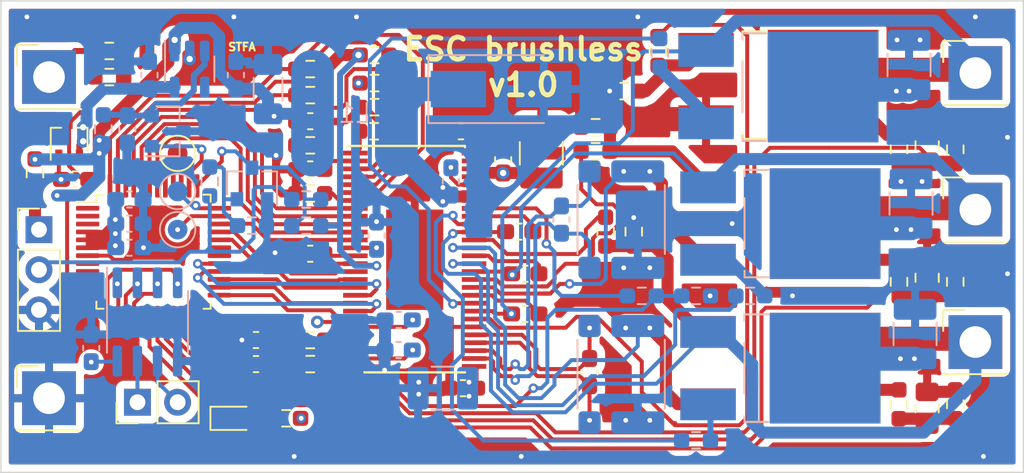
<source format=kicad_pcb>
(kicad_pcb (version 20211014) (generator pcbnew)
  (title_block (title "ESC Brushless") (date "2022-08-14") (rev "1.1.0"))
  (layers (0 "F.Cu" signal "Front") (1 "In1.Cu" power "GND") (2 "In2.Cu" power "Power") (31 "B.Cu" signal "Back") (34 "B.Paste" user) (35 "F.Paste" user) (36 "B.SilkS" user "B.Silkscreen") (37 "F.SilkS" user "F.Silkscreen") (38 "B.Mask" user) (39 "F.Mask" user) (44 "Edge.Cuts" user))
  (net 0 "")
  (net 1 "GND")
  (net 2 "/mos drive stage/SL_A")
  (net 3 "/mos drive stage/SL_B")
  (net 4 "/mos drive stage/V_PWR")
  (net 5 "/microcontroller/ADC_A")
  (net 6 "/microcontroller/ADC_B")
  (net 7 "/microcontroller/ADC_C")
  (net 8 "/microcontroller/SO1")
  (net 9 "/microcontroller/SO2")
  (net 10 "Net-(C15-Pad1)")
  (net 11 "Net-(C16-Pad1)")
  (net 12 "Net-(C17-Pad1)")
  (net 13 "/mos drive stage/SH_C")
  (net 14 "Net-(C18-Pad2)")
  (net 15 "Net-(C19-Pad2)")
  (net 16 "/mos drive stage/SH_B")
  (net 17 "/mos drive stage/SH_A")
  (net 18 "Net-(C20-Pad2)")
  (net 19 "Net-(C21-Pad1)")
  (net 20 "Net-(C21-Pad2)")
  (net 21 "Net-(C22-Pad2)")
  (net 22 "Net-(C22-Pad1)")
  (net 23 "Net-(C23-Pad2)")
  (net 24 "+5V")
  (net 25 "Net-(C25-Pad1)")
  (net 26 "/mos drive stage/comp")
  (net 27 "+3.3V")
  (net 28 "Net-(C30-Pad1)")
  (net 29 "/microcontroller/ADC_PVDD")
  (net 30 "/microcontroller/LED")
  (net 31 "Net-(D1-Pad2)")
  (net 32 "Net-(J4-Pad1)")
  (net 33 "/microcontroller/PWM_IN")
  (net 34 "/RS488_phy/RS485-B")
  (net 35 "/RS488_phy/RS485-A")
  (net 36 "Net-(Q1-Pad1)")
  (net 37 "Net-(Q2-Pad1)")
  (net 38 "Net-(Q3-Pad1)")
  (net 39 "Net-(Q4-Pad1)")
  (net 40 "Net-(Q5-Pad1)")
  (net 41 "Net-(Q6-Pad1)")
  (net 42 "Net-(Q7-Pad2)")
  (net 43 "/microcontroller/PWM")
  (net 44 "/microcontroller/\\MCU_RST")
  (net 45 "/SENSOR_1")
  (net 46 "/mos drive stage/GH_A")
  (net 47 "/mos drive stage/GL_A")
  (net 48 "/mos drive stage/GH_B")
  (net 49 "/mos drive stage/GL_B")
  (net 50 "/mos drive stage/GH_C")
  (net 51 "/mos drive stage/GL_C")
  (net 52 "/microcontroller/\\OVR_CUR_FLT")
  (net 53 "Net-(R27-Pad1)")
  (net 54 "/microcontroller/\\FLT")
  (net 55 "Net-(R29-Pad1)")
  (net 56 "Net-(R30-Pad1)")
  (net 57 "/microcontroller/\\PWRGD_FLT")
  (net 58 "Net-(R32-Pad1)")
  (net 59 "Net-(R33-Pad2)")
  (net 61 "/microcontroller/SW_DIO")
  (net 62 "/microcontroller/SW_CLK")
  (net 63 "/microcontroller/SPI_CS")
  (net 64 "/microcontroller/SPI_MOSI")
  (net 65 "/microcontroller/SPI_MISO")
  (net 66 "/microcontroller/UART_RX")
  (net 67 "/microcontroller/DC_CAL")
  (net 68 "/microcontroller/EN_GATE")
  (net 69 "/microcontroller/INH_A")
  (net 70 "/microcontroller/INL_A")
  (net 71 "/microcontroller/INH_B")
  (net 72 "/microcontroller/INL_B")
  (net 73 "/microcontroller/INH_C")
  (net 74 "/microcontroller/INL_C")
  (net 75 "/microcontroller/\\RS485_RE")
  (net 76 "/microcontroller/RS485_DE")
  (net 77 "/microcontroller/UART_TX")
  (net 78 "/microcontroller/SPI_SCK")
  (net 87 "/mos drive stage/SN1")
  (net 88 "/mos drive stage/SP1")
  (net 89 "/mos drive stage/SN2")
  (net 90 "/mos drive stage/SP2")
  (net 96 "Net-(TP1-Pad1)")
  (footprint "p_Package_Capacitor_SMD:C_0805_2012Metric_Pad1.18x1.45mm_HandSolder" (layer "F.Cu") (at 135.382 76.581 90)
    (fp_text reference "C6" hide)
    (fp_text value "100n" hide)
  )
  (footprint "p_Package_Capacitor_SMD:C_0805_2012Metric_Pad1.18x1.45mm_HandSolder" (layer "F.Cu") (at 135.382 68.326 90)
    (fp_text reference "C7" hide)
    (fp_text value "100n" hide)
  )
  (footprint "p_Package_Capacitor_SMD:C_0805_2012Metric_Pad1.18x1.45mm_HandSolder" (layer "F.Cu") (at 135.382 59.944 90)
    (fp_text reference "C8" hide)
    (fp_text value "100n" hide)
  )
  (footprint "p_Package_Capacitor_SMD:C_1210_3225Metric_Pad1.33x2.70mm_HandSolder" (layer "F.Cu") (at 110.998 60.452 90)
    (fp_text reference "C10" hide)
    (fp_text value "4.7u" hide)
  )
  (footprint "p_Package_Capacitor_SMD:C_0603_1608Metric_Pad1.08x0.95mm_HandSolder" (layer "F.Cu") (at 106.045 75.311 180)
    (fp_text reference "C11" hide)
    (fp_text value "0.1u" hide)
  )
  (footprint "p_Package_Capacitor_SMD:C_0603_1608Metric_Pad1.08x0.95mm_HandSolder" (layer "F.Cu") (at 108.585 60.833 90)
    (fp_text reference "C12" hide)
    (fp_text value "0.1u" hide)
  )
  (footprint "p_Package_Capacitor_SMD:C_0603_1608Metric_Pad1.08x0.95mm_HandSolder" (layer "F.Cu") (at 92.964 72.263 180)
    (fp_text reference "C13" hide)
    (fp_text value "2.2n" hide)
  )
  (footprint "p_Package_Capacitor_SMD:C_0603_1608Metric_Pad1.08x0.95mm_HandSolder" (layer "F.Cu") (at 92.964 73.787 180)
    (fp_text reference "C14" hide)
    (fp_text value "2.2n" hide)
  )
  (footprint "p_Package_Capacitor_SMD:C_0603_1608Metric_Pad1.08x0.95mm_HandSolder" (layer "F.Cu") (at 105.918 59.055 180)
    (fp_text reference "C17" hide)
    (fp_text value "15n" hide)
  )
  (footprint "p_Package_Capacitor_SMD:C_0603_1608Metric_Pad1.08x0.95mm_HandSolder" (layer "F.Cu") (at 109.601 65.405)
    (fp_text reference "C18" hide)
    (fp_text value "100n" hide)
  )
  (footprint "p_Package_Capacitor_SMD:C_0603_1608Metric_Pad1.08x0.95mm_HandSolder" (layer "F.Cu") (at 109.982 68.072)
    (fp_text reference "C19" hide)
    (fp_text value "100n" hide)
  )
  (footprint "p_Package_Capacitor_SMD:C_0603_1608Metric_Pad1.08x0.95mm_HandSolder" (layer "F.Cu") (at 109.982 70.612)
    (fp_text reference "C20" hide)
    (fp_text value "100n" hide)
  )
  (footprint "p_Package_Capacitor_SMD:C_0603_1608Metric_Pad1.08x0.95mm_HandSolder" (layer "F.Cu") (at 96.393 66.802 180)
    (fp_text reference "C22" hide)
    (fp_text value "22n" hide)
  )
  (footprint "p_Package_Capacitor_SMD:C_0603_1608Metric_Pad1.08x0.95mm_HandSolder" (layer "F.Cu") (at 96.393 58.42)
    (fp_text reference "C25" hide)
    (fp_text value "6.8n" hide)
  )
  (footprint "p_Package_Capacitor_SMD:C_0603_1608Metric_Pad1.08x0.95mm_HandSolder" (layer "F.Cu") (at 96.393 61.468 180)
    (fp_text reference "C26" hide)
    (fp_text value "39p" hide)
  )
  (footprint "p_Package_Capacitor_SMD:C_0603_1608Metric_Pad1.08x0.95mm_HandSolder" (layer "F.Cu") (at 81.534 62.103 180)
    (fp_text reference "C33" hide)
    (fp_text value "1u" hide)
  )
  (footprint "p_Package_Diode_SMD:LED_0603_1608Metric" (layer "F.Cu") (at 91.567 77.216)
    (fp_text reference "D1" hide)
    (fp_text value "LED_G" hide)
  )
  (footprint "p_Package_SOT:SOT-323" (layer "F.Cu") (at 81.153 59.563 90)
    (fp_text reference "D3" hide)
    (fp_text value "BAT54SW" hide)
  )
  (footprint "p_Package_Misc:PinHeader_1x01_P5.08mm_Vertical" (layer "F.Cu") (at 79.883 55.626)
    (fp_text reference "J1" hide)
    (fp_text value "Conn_HE13_1x1_5.08V" hide)
  )
  (footprint "p_Package_Misc:PinHeader_1x01_P5.08mm_Vertical" (layer "F.Cu") (at 79.883 75.946)
    (fp_text reference "J2" hide)
    (fp_text value "Conn_HE13_1x1_5.08V" hide)
  )
  (footprint "p_Package_Misc:PinHeader_1x03_P2.54mm_Vertical" (layer "F.Cu") (at 79.248 65.278)
    (fp_text reference "J4" hide)
    (fp_text value "DNP" hide)
  )
  (footprint "p_Package_Misc:PinHeader_1x02_P2.54mm_Vertical" (layer "F.Cu") (at 85.471 76.2 90)
    (fp_text reference "J5" hide)
    (fp_text value "Conn_HE13_1x2_2.54V" hide)
  )
  (footprint "p_Package_Misc:PinHeader_1x01_P5.08mm_Vertical" (layer "F.Cu") (at 138.43 64.008)
    (fp_text reference "J7" hide)
    (fp_text value "DNP" hide)
  )
  (footprint "p_Package_Misc:PinHeader_1x01_P5.08mm_Vertical" (layer "F.Cu") (at 138.43 55.372)
    (fp_text reference "J8" hide)
    (fp_text value "DNP" hide)
  )
  (footprint "p_Package_TO_SMD:TO-252-pin_1_3_TabPin2" (layer "F.Cu") (at 126.111 64.897)
    (fp_text reference "Q4" hide)
    (fp_text value "IPD70N03S4L04ATMA1" hide)
  )
  (footprint "p_Package_TO_SMD:TO-252-pin_1_3_TabPin2" (layer "F.Cu") (at 125.984 56.134)
    (fp_text reference "Q6" hide)
    (fp_text value "IPD70N03S4L04ATMA1" hide)
  )
  (footprint "p_Package_Resistor_SMD:R_0603_1608Metric_Pad0.98x0.95mm_HandSolder" (layer "F.Cu") (at 78.994 61.722 -90)
    (fp_text reference "R1" hide)
    (fp_text value "DNP" hide)
  )
  (footprint "p_Package_Resistor_SMD:R_0603_1608Metric_Pad0.98x0.95mm_HandSolder" (layer "F.Cu") (at 94.869 77.216)
    (fp_text reference "R2" hide)
    (fp_text value "R_0603" hide)
  )
  (footprint "p_Package_Resistor_SMD:R_0603_1608Metric_Pad0.98x0.95mm_HandSolder" (layer "F.Cu") (at 114.427 60.325 180)
    (fp_text reference "R12" hide)
    (fp_text value "R_0603" hide)
  )
  (footprint "p_Package_Resistor_SMD:R_0603_1608Metric_Pad0.98x0.95mm_HandSolder" (layer "F.Cu") (at 118.364 53.975 90)
    (fp_text reference "R14" hide)
    (fp_text value "R_0603" hide)
  )
  (footprint "p_Package_Resistor_SMD:R_0603_1608Metric_Pad0.98x0.95mm_HandSolder" (layer "F.Cu") (at 116.84 65.405 90)
    (fp_text reference "R15" hide)
    (fp_text value "10k" hide)
  )
  (footprint "p_Package_Resistor_SMD:R_0603_1608Metric_Pad0.98x0.95mm_HandSolder" (layer "F.Cu") (at 114.427 58.801 180)
    (fp_text reference "R16" hide)
    (fp_text value "10k" hide)
  )
  (footprint "p_Package_Resistor_SMD:R_0603_1608Metric_Pad0.98x0.95mm_HandSolder" (layer "F.Cu") (at 116.245 56.515 180)
    (fp_text reference "R17" hide)
    (fp_text value "10k" hide)
  )
  (footprint "p_Package_Resistor_SMD:R_0603_1608Metric_Pad0.98x0.95mm_HandSolder" (layer "F.Cu") (at 137.16 76.327 -90)
    (fp_text reference "R21" hide)
    (fp_text value "4.7k" hide)
  )
  (footprint "p_Package_Resistor_SMD:R_0603_1608Metric_Pad0.98x0.95mm_HandSolder" (layer "F.Cu") (at 133.604 68.58 90)
    (fp_text reference "R22" hide)
    (fp_text value "43k" hide)
  )
  (footprint "p_Package_Resistor_SMD:R_0603_1608Metric_Pad0.98x0.95mm_HandSolder" (layer "F.Cu") (at 137.16 68.58 -90)
    (fp_text reference "R23" hide)
    (fp_text value "4.7k" hide)
  )
  (footprint "p_Package_Resistor_SMD:R_0603_1608Metric_Pad0.98x0.95mm_HandSolder" (layer "F.Cu") (at 133.604 60.198 90)
    (fp_text reference "R24" hide)
    (fp_text value "43k" hide)
  )
  (footprint "p_Package_Resistor_SMD:R_0603_1608Metric_Pad0.98x0.95mm_HandSolder" (layer "F.Cu") (at 137.16 60.198 -90)
    (fp_text reference "R25" hide)
    (fp_text value "4.7k" hide)
  )
  (footprint "p_Package_Resistor_SMD:R_0603_1608Metric_Pad0.98x0.95mm_HandSolder" (layer "F.Cu") (at 100.457 54.229)
    (fp_text reference "R26" hide)
    (fp_text value "10k" hide)
  )
  (footprint "p_Package_Resistor_SMD:R_0603_1608Metric_Pad0.98x0.95mm_HandSolder" (layer "F.Cu") (at 96.393 62.992 180)
    (fp_text reference "R27" hide)
    (fp_text value "10k" hide)
  )
  (footprint "p_Package_Resistor_SMD:R_0603_1608Metric_Pad0.98x0.95mm_HandSolder" (layer "F.Cu") (at 96.393 55.118)
    (fp_text reference "R28" hide)
    (fp_text value "10k" hide)
  )
  (footprint "p_Package_Resistor_SMD:R_0603_1608Metric_Pad0.98x0.95mm_HandSolder" (layer "F.Cu") (at 96.393 72.263 180)
    (fp_text reference "R29" hide)
    (fp_text value "56" hide)
  )
  (footprint "p_Package_Resistor_SMD:R_0603_1608Metric_Pad0.98x0.95mm_HandSolder" (layer "F.Cu") (at 96.393 73.787 180)
    (fp_text reference "R30" hide)
    (fp_text value "56" hide)
  )
  (footprint "p_Package_Resistor_SMD:R_0603_1608Metric_Pad0.98x0.95mm_HandSolder" (layer "F.Cu") (at 96.393 56.769 180)
    (fp_text reference "R31" hide)
    (fp_text value "10k" hide)
  )
  (footprint "p_Package_Resistor_SMD:R_0603_1608Metric_Pad0.98x0.95mm_HandSolder" (layer "F.Cu") (at 100.4335 59.055)
    (fp_text reference "R32" hide)
    (fp_text value "205k" hide)
  )
  (footprint "p_Package_Resistor_SMD:R_0603_1608Metric_Pad0.98x0.95mm_HandSolder" (layer "F.Cu") (at 100.457 56.007)
    (fp_text reference "R33" hide)
    (fp_text value "53.6k" hide)
  )
  (footprint "p_Package_Resistor_SMD:R_0603_1608Metric_Pad0.98x0.95mm_HandSolder" (layer "F.Cu") (at 100.457 57.531 180)
    (fp_text reference "R34" hide)
    (fp_text value "10k" hide)
  )
  (footprint "p_Package_Resistor_SMD:R_0603_1608Metric_Pad0.98x0.95mm_HandSolder" (layer "F.Cu") (at 96.393 59.944 180)
    (fp_text reference "R35" hide)
    (fp_text value "28k" hide)
  )
  (footprint "p_Package_Resistor_SMD:R_0603_1608Metric_Pad0.98x0.95mm_HandSolder" (layer "F.Cu") (at 83.693 53.975 180)
    (fp_text reference "R43" hide)
    (fp_text value "47k" hide)
  )
  (footprint "p_Package_Resistor_SMD:R_0603_1608Metric_Pad0.98x0.95mm_HandSolder" (layer "F.Cu") (at 83.693 55.626)
    (fp_text reference "R44" hide)
    (fp_text value "10k" hide)
  )
  (footprint "p_Package_Misc:TP_SMD_1.25mm" (layer "F.Cu") (at 88.011 60.452)
    (fp_text reference "TP1" hide)
    (fp_text value "test_point_smd" hide)
  )
  (footprint "p_Package_SO:HTSSOP-56-1EP_6.1x14mm_P0.5mm_EP3.61x6.35mm" (layer "F.Cu") (at 102.997 67.183)
    (fp_text reference "U1" hide)
    (fp_text value "DRV8301" hide)
  )
  (footprint "p_Package_QFP:LQFP-48_7x7mm_P0.5mm" (layer "F.Cu") (at 86.487 66.675)
    (fp_text reference "U2" hide)
    (fp_text value "STM32G030_C8" hide)
  )
  (footprint "p_Package_Resistor_SMD:R_0603_1608Metric_Pad0.98x0.95mm_HandSolder" (layer "F.Cu") (at 133.604 76.327 90)
    (fp_text reference "R20" hide)
    (fp_text value "43k" hide)
  )
  (footprint "p_Package_TO_SMD:TO-252-pin_1_3_TabPin2" (layer "F.Cu") (at 126.111 74.041)
    (fp_text reference "Q2" hide)
    (fp_text value "IPD70N03S4L04ATMA1" hide)
  )
  (footprint "p_Package_Misc:PinHeader_1x01_P5.08mm_Vertical" (layer "F.Cu") (at 138.43 72.39)
    (fp_text reference "J6" hide)
    (fp_text value "DNP" hide)
  )
  (footprint "p_Package_Resistor_SMD:R_0603_1608Metric_Pad0.98x0.95mm_HandSolder" (layer "F.Cu") (at 115.062 65.405 90)
    (fp_text reference "R10" hide)
    (fp_text value "R_0603" hide)
  )
  (footprint "p_Package_Capacitor_SMD:C_0603_1608Metric_Pad1.08x0.95mm_HandSolder" (layer "F.Cu") (at 114.046 74.295 -90)
    (fp_text reference "C1" hide)
    (fp_text value "1n" hide)
  )
  (footprint "p_Package_Capacitor_SMD:C_0603_1608Metric_Pad1.08x0.95mm_HandSolder" (layer "B.Cu") (at 112.268 64.643 -90)
    (fp_text reference "C2" hide)
    (fp_text value "1n" hide)
  )
  (footprint "p_Package_Capacitor_SMD:C_1210_3225Metric_Pad1.33x2.70mm_HandSolder" (layer "B.Cu") (at 134.366 63.627 90)
    (fp_text reference "C4" hide)
    (fp_text value "2.2u" hide)
  )
  (footprint "p_Package_Capacitor_SMD:C_1210_3225Metric_Pad1.33x2.70mm_HandSolder" (layer "B.Cu") (at 134.239 54.864 90)
    (fp_text reference "C5" hide)
    (fp_text value "2.2u" hide)
  )
  (footprint "p_Package_Capacitor_SMD:C_1210_3225Metric_Pad1.33x2.70mm_HandSolder" (layer "B.Cu") (at 104.775 75.311 180)
    (fp_text reference "C9" hide)
    (fp_text value "4.7u" hide)
  )
  (footprint "p_Package_Capacitor_SMD:C_0603_1608Metric_Pad1.08x0.95mm_HandSolder" (layer "B.Cu") (at 101.981 72.898 180)
    (fp_text reference "C16" hide)
    (fp_text value "1u" hide)
  )
  (footprint "p_Package_Capacitor_SMD:C_0603_1608Metric_Pad1.08x0.95mm_HandSolder" (layer "B.Cu") (at 105.283 62.23 90)
    (fp_text reference "C21" hide)
    (fp_text value "100n" hide)
  )
  (footprint "p_Package_Capacitor_SMD:C_0603_1608Metric_Pad1.08x0.95mm_HandSolder" (layer "B.Cu") (at 100.584 65.659 -90)
    (fp_text reference "C23" hide)
    (fp_text value "2.2u" hide)
  )
  (footprint "p_Package_Capacitor_SMD:C_1206_3216Metric_Pad1.33x1.80mm_HandSolder" (layer "B.Cu") (at 93.726 56.388 90)
    (fp_text reference "C24" hide)
    (fp_text value "47u" hide)
  )
  (footprint "p_Package_Capacitor_SMD:C_0603_1608Metric_Pad1.08x0.95mm_HandSolder" (layer "B.Cu") (at 84.963 63.373)
    (fp_text reference "C27" hide)
    (fp_text value "2.2u" hide)
  )
  (footprint "p_Package_Capacitor_SMD:C_0603_1608Metric_Pad1.08x0.95mm_HandSolder" (layer "B.Cu") (at 84.963 66.421)
    (fp_text reference "C28" hide)
    (fp_text value "2.2u" hide)
  )
  (footprint "p_Package_Capacitor_SMD:C_0603_1608Metric_Pad1.08x0.95mm_HandSolder" (layer "B.Cu") (at 84.963 64.897)
    (fp_text reference "C29" hide)
    (fp_text value "2.2u" hide)
  )
  (footprint "p_Package_Capacitor_SMD:C_0603_1608Metric_Pad1.08x0.95mm_HandSolder" (layer "B.Cu") (at 84.836 58.928 -90)
    (fp_text reference "C30" hide)
    (fp_text value "2.2u" hide)
  )
  (footprint "p_Package_Capacitor_SMD:C_0603_1608Metric_Pad1.08x0.95mm_HandSolder" (layer "B.Cu") (at 91.694 55.499 90)
    (fp_text reference "C31" hide)
    (fp_text value "1u" hide)
  )
  (footprint "p_Package_Capacitor_SMD:C_0603_1608Metric_Pad1.08x0.95mm_HandSolder" (layer "B.Cu") (at 86.233 55.499 90)
    (fp_text reference "C32" hide)
    (fp_text value "1u" hide)
  )
  (footprint "p_Package_Capacitor_SMD:C_0603_1608Metric_Pad1.08x0.95mm_HandSolder" (layer "B.Cu") (at 82.55 72.771 90)
    (fp_text reference "C34" hide)
    (fp_text value "100n" hide)
  )
  (footprint "p_Package_Diode_SMD:D_SMB_Handsoldering" (layer "B.Cu") (at 108.458 56.388)
    (fp_text reference "D2" hide)
    (fp_text value "MBRS260T3G" hide)
  )
  (footprint "p_Package_Inductor_SMD:SDR0805" (layer "B.Cu") (at 99.187 57.912 180)
    (fp_text reference "L1")
    (fp_text value "33u" hide)
  )
  (footprint "p_Package_TO_SMD:TO-252-pin_1_3_TabPin2" (layer "B.Cu") (at 126.111 64.897)
    (fp_text reference "Q3" hide)
    (fp_text value "IPD70N03S4L04ATMA1" hide)
  )
  (footprint "p_Package_TO_SMD:TO-252-pin_1_3_TabPin2" (layer "B.Cu") (at 125.984 56.261)
    (fp_text reference "Q5" hide)
    (fp_text value "IPD70N03S4L04ATMA1" hide)
  )
  (footprint "p_Package_SOT:SOT-23" (layer "B.Cu") (at 92.71 62.357 90)
    (fp_text reference "Q7" hide)
    (fp_text value "BC848B" hide)
  )
  (footprint "p_Package_SOT:SOT-23" (layer "B.Cu") (at 87.376 59.055)
    (fp_text reference "Q8" hide)
    (fp_text value "2SK1829" hide)
  )
  (footprint "p_Package_Resistor_SMD:R_0603_1608Metric_Pad0.98x0.95mm_HandSolder" (layer "B.Cu") (at 120.777 69.469)
    (fp_text reference "R6" hide)
    (fp_text value "10k@25°c" hide)
  )
  (footprint "p_Package_Resistor_SMD:R_0603_1608Metric_Pad0.98x0.95mm_HandSolder" (layer "B.Cu") (at 124.206 69.469 180)
    (fp_text reference "R11" hide)
    (fp_text value "R_0603" hide)
  )
  (footprint "p_Package_Resistor_SMD:R_0603_1608Metric_Pad0.98x0.95mm_HandSolder" (layer "B.Cu") (at 118.491 54.102 90)
    (fp_text reference "R13" hide)
    (fp_text value "R_0603" hide)
  )
  (footprint "p_Package_Resistor_SMD:R_0603_1608Metric_Pad0.98x0.95mm_HandSolder" (layer "B.Cu") (at 96.139 63.373)
    (fp_text reference "R37" hide)
    (fp_text value "DNP" hide)
  )
  (footprint "p_Package_Resistor_SMD:R_0603_1608Metric_Pad0.98x0.95mm_HandSolder" (layer "B.Cu") (at 90.043 62.23 -90)
    (fp_text reference "R38" hide)
    (fp_text value "10k" hide)
  )
  (footprint "p_Package_Resistor_SMD:R_0603_1608Metric_Pad0.98x0.95mm_HandSolder" (layer "B.Cu") (at 92.71 65.024 180)
    (fp_text reference "R40" hide)
    (fp_text value "100k" hide)
  )
  (footprint "p_Package_Resistor_SMD:R_0603_1608Metric_Pad0.98x0.95mm_HandSolder" (layer "B.Cu") (at 96.139 65.024)
    (fp_text reference "R41" hide)
    (fp_text value "10k" hide)
  )
  (footprint "p_Package_Resistor_SMD:R_0603_1608Metric_Pad0.98x0.95mm_HandSolder" (layer "B.Cu") (at 83.312 58.928 -90)
    (fp_text reference "R42" hide)
    (fp_text value "100k" hide)
  )
  (footprint "p_Package_Misc:TP_SMD_1.25mm" (layer "B.Cu") (at 88.011 65.278)
    (fp_text reference "TP2" hide)
    (fp_text value "test_point_smd" hide)
  )
  (footprint "p_Package_SOT:SOT-23-5" (layer "B.Cu") (at 88.773 55.118 -90)
    (fp_text reference "U3" hide)
    (fp_text value "LDLN025M15R" hide)
  )
  (footprint "p_Package_SO:SOIC-8_3.9x4.9mm_P1.27mm" (layer "B.Cu") (at 86.106 71.12 -90)
    (fp_text reference "U4" hide)
    (fp_text value "MAX487CSA_ESA" hide)
  )
  (footprint "p_Package_Resistor_SMD:R_2512_6332Metric_shunt" (layer "B.Cu") (at 117.094 64.643 -90)
    (fp_text reference "R19" hide)
    (fp_text value "R_shunt_2512" hide)
  )
  (footprint "p_Package_Resistor_SMD:R_0603_1608Metric_Pad0.98x0.95mm_HandSolder" (layer "B.Cu") (at 120.777 78.613 180)
    (fp_text reference "R9" hide)
    (fp_text value "R_0603" hide)
  )
  (footprint "p_Package_TO_SMD:TO-252-pin_1_3_TabPin2" (layer "B.Cu") (at 126.111 74.041)
    (fp_text reference "Q1" hide)
    (fp_text value "IPD70N03S4L04ATMA1" hide)
  )
  (footprint "p_Package_Capacitor_SMD:C_1210_3225Metric_Pad1.33x2.70mm_HandSolder" (layer "B.Cu") (at 134.62 71.882 90)
    (fp_text reference "C3" hide)
    (fp_text value "2.2u" hide)
  )
  (footprint "p_Package_Resistor_SMD:R_0603_1608Metric_Pad0.98x0.95mm_HandSolder" (layer "B.Cu") (at 117.348 69.469 180)
    (fp_text reference "R5" hide)
    (fp_text value "10k" hide)
  )
  (footprint "p_Package_Capacitor_SMD:C_0603_1608Metric_Pad1.08x0.95mm_HandSolder" (layer "B.Cu") (at 101.981 70.993 180)
    (fp_text reference "C15" hide)
    (fp_text value "1u" hide)
  )
  (footprint "p_Package_Misc:TP_SMD_1.25mm" (layer "B.Cu") (at 88.011 62.865)
    (fp_text reference "TP3" hide)
    (fp_text value "test_point_smd" hide)
  )
  (footprint "p_Package_Resistor_SMD:R_2512_6332Metric_shunt" (layer "B.Cu") (at 117.094 74.422 -90)
    (fp_text reference "R18" hide)
    (fp_text value "R_shunt_2512" hide)
  )
  (gr_line (start 141.478 80.645) (end 141.478 50.8) (layer "Edge.Cuts") (width 0.1))
  (gr_line (start 141.478 50.8) (end 76.835 50.8) (layer "Edge.Cuts") (width 0.1))
  (gr_line (start 76.835 80.645) (end 141.478 80.645) (layer "Edge.Cuts") (width 0.1))
  (gr_line (start 76.835 50.8) (end 76.835 80.645) (layer "Edge.Cuts") (width 0.1))
  (gr_text "ESC brushless\nv1.0" (at 109.855 54.991) (layer "F.SilkS") (effects (font (size 1.4 1.4) (thickness 0.3))))
  (gr_text "STFA" (at 92.075 53.721) (layer "F.SilkS") (effects (font (size 0.5 0.5) (thickness 0.125))))
  (segment (start 118.37 58.287) (end 116.846 58.287) (width 1.524) (layer "F.Cu") (net 1))
  (segment (start 92.1015 72.263) (end 92.1015 73.787) (width 0.25) (layer "F.Cu") (net 1))
  (segment (start 83.65851 53.43251) (end 83.693 53.39802) (width 0.381) (layer "F.Cu") (net 1))
  (segment (start 136.781 67.2885) (end 137.16 67.6675) (width 0.762) (layer "F.Cu") (net 1))
  (segment (start 99.822 57.531) (end 101.346 59.055) (width 0.381) (layer "F.Cu") (net 1))
  (segment (start 114.3 56.515) (end 113.5145 57.3005) (width 0.762) (layer "F.Cu") (net 1))
  (segment (start 97.2555 58.42) (end 98.6555 58.42) (width 0.381) (layer "F.Cu") (net 1))
  (segment (start 99.5445 57.531) (end 99.822 57.531) (width 0.381) (layer "F.Cu") (net 1))
  (segment (start 98.6555 58.42) (end 99.5445 57.531) (width 0.381) (layer "F.Cu") (net 1))
  (segment (start 135.382 67.2885) (end 136.781 67.2885) (width 0.762) (layer "F.Cu") (net 1))
  (segment (start 96.35851 59.515348) (end 96.35851 60.63999) (width 0.381) (layer "F.Cu") (net 1))
  (segment (start 135.382 58.9065) (end 136.781 58.9065) (width 0.762) (layer "F.Cu") (net 1))
  (segment (start 96.45851 59.415348) (end 96.35851 59.515348) (width 0.381) (layer "F.Cu") (net 1))
  (segment (start 80.503 61.9345) (end 80.6715 62.103) (width 0.25) (layer "F.Cu") (net 1))
  (segment (start 83.65851 54.74799) (end 83.65851 53.43251) (width 0.381) (layer "F.Cu") (net 1))
  (segment (start 137.031 75.5435) (end 137.16 75.4145) (width 0.762) (layer "F.Cu") (net 1))
  (segment (start 83.964552 67.183) (end 85.0635 67.183) (width 0.25) (layer "F.Cu") (net 1))
  (segment (start 106.747 71.433) (end 104.97 71.433) (width 0.25) (layer "F.Cu") (net 1))
  (segment (start 135.382 75.5435) (end 137.031 75.5435) (width 0.762) (layer "F.Cu") (net 1))
  (segment (start 83.706552 66.925) (end 83.964552 67.183) (width 0.25) (layer "F.Cu") (net 1))
  (segment (start 78.486 51.816) (end 82.804 51.816) (width 0.25) (layer "F.Cu") (net 1))
  (segment (start 115.3325 56.515) (end 114.3 56.515) (width 0.762) (layer "F.Cu") (net 1))
  (segment (start 136.781 58.9065) (end 137.16 59.2855) (width 0.762) (layer "F.Cu") (net 1))
  (segment (start 103.251 75.692) (end 104.8015 75.692) (width 0.25) (layer "F.Cu") (net 1))
  (segment (start 82.3245 66.925) (end 83.706552 66.925) (width 0.25) (layer "F.Cu") (net 1))
  (segment (start 100.857 73.933) (end 101.092 74.168) (width 0.25) (layer "F.Cu") (net 1))
  (segment (start 82.7805 55.626) (end 83.65851 54.74799) (width 0.381) (layer "F.Cu") (net 1))
  (segment (start 80.503 60.563) (end 80.503 61.9345) (width 0.25) (layer "F.Cu") (net 1))
  (segment (start 113.5145 57.3005) (end 113.5145 58.801) (width 0.762) (layer "F.Cu") (net 1))
  (segment (start 83.693 53.39802) (end 83.693 52.705) (width 0.381) (layer "F.Cu") (net 1))
  (segment (start 96.647 58.42) (end 96.45851 58.60849) (width 0.381) (layer "F.Cu") (net 1))
  (segment (start 83.6295 54.777) (end 82.7805 55.626) (width 0.25) (layer "F.Cu") (net 1))
  (segment (start 103.759 75.692) (end 104.8015 75.692) (width 0.25) (layer "F.Cu") (net 1))
  (segment (start 99.247 73.933) (end 100.857 73.933) (width 0.25) (layer "F.Cu") (net 1))
  (segment (start 121.409 58.287) (end 118.37 58.287) (width 1.524) (layer "F.Cu") (net 1))
  (segment (start 96.35851 60.63999) (end 95.5305 61.468) (width 0.381) (layer "F.Cu") (net 1))
  (segment (start 97.2555 58.42) (end 96.647 58.42) (width 0.381) (layer "F.Cu") (net 1))
  (segment (start 104.8015 75.692) (end 105.1825 75.311) (width 0.25) (layer "F.Cu") (net 1))
  (segment (start 82.804 51.816) (end 83.693 52.705) (width 0.25) (layer "F.Cu") (net 1))
  (segment (start 96.45851 58.60849) (end 96.45851 59.415348) (width 0.381) (layer "F.Cu") (net 1))
  (segment (start 115.3325 56.7735) (end 116.2745 57.7155) (width 0.762) (layer "F.Cu") (net 1))
  (via (at 117.856 77.343) (size 0.6) (drill 0.3) (layers "F.Cu" "B.Cu") (net 1))
  (via (at 85.852 66.421) (size 0.6) (drill 0.3) (layers "F.Cu" "B.Cu") (net 1))
  (via (at 94.1705 66.7385) (size 0.6) (drill 0.3) (layers "F.Cu" "B.Cu") (net 1))
  (via (at 99.314 51.816) (size 0.6) (drill 0.3) (layers "F.Cu" "B.Cu") (net 1))
  (via (at 78.486 51.816) (size 0.6) (drill 0.3) (layers "F.Cu" "B.Cu") (net 1))
  (via (at 103.251 75.692) (size 0.6) (drill 0.3) (layers "F.Cu" "B.Cu") (net 1))
  (via (at 100.584 64.77) (size 0.6) (drill 0.3) (layers "F.Cu" "B.Cu") (net 1))
  (via (at 88.773 54.483) (size 0.8) (drill 0.4) (layers "F.Cu" "B.Cu") (net 1))
  (via (at 133.731 62.23) (size 0.6) (drill 0.3) (layers "F.Cu" "B.Cu") (net 1))
  (via (at 133.477 53.2765) (size 0.6) (drill 0.3) (layers "F.Cu" "B.Cu") (net 1))
  (via (at 116.84 64.516) (size 0.6) (drill 0.3) (layers "F.Cu" "B.Cu") (net 1))
  (via (at 91.567 51.816) (size 0.6) (drill 0.3) (layers "F.Cu" "B.Cu") (net 1))
  (via (at 138.938 79.629) (size 0.6) (drill 0.3) (layers "F.Cu" "B.Cu") (net 1))
  (via (at 116.205 67.691) (size 0.6) (drill 0.3) (layers "F.Cu" "B.Cu") (net 1))
  (via (at 92.075 72.263) (size 0.6) (drill 0.3) (layers "F.Cu" "B.Cu") (net 1))
  (via (at 116.332 77.343) (size 0.6) (drill 0.3) (layers "F.Cu" "B.Cu") (net 1))
  (via (at 123.063 64.897) (size 0.6) (drill 0.3) (layers "F.Cu" "B.Cu") (net 1))
  (via (at 121.666 69.469) (size 0.6) (drill 0.3) (layers "F.Cu" "B.Cu") (net 1))
  (via (at 80.645 62.103) (size 0.6) (drill 0.3) (layers "F.Cu" "B.Cu") (net 1))
  (via (at 138.43 51.816) (size 0.6) (drill 0.3) (layers "F.Cu" "B.Cu") (net 1))
  (via (at 117.094 51.816) (size 0.6) (drill 0.3) (layers "F.Cu" "B.Cu") (net 1))
  (via (at 134.9375 53.2765) (size 0.6) (drill 0.3) (layers "F.Cu" "B.Cu") (net 1))
  (via (at 126.873 69.469) (size 0.6) (drill 0.3) (layers "F.Cu" "B.Cu") (net 1))
  (via (at 103.251 74.93) (size 0.6) (drill 0.3) (layers "F.Cu" "B.Cu") (net 1))
  (via (at 101.092 74.168) (size 0.6) (drill 0.3) (layers "F.Cu" "B.Cu") (net 1))
  (via (at 140.462 59.436) (size 0.6) (drill 0.3) (layers "F.Cu" "B.Cu") (net 1))
  (via (at 135.0645 62.23) (size 0.6) (drill 0.3) (layers "F.Cu" "B.Cu") (net 1))
  (via (at 109.728 79.629) (size 0.6) (drill 0.3) (layers "F.Cu" "B.Cu") (net 1))
  (via (at 140.462 68.072) (size 0.6) (drill 0.3) (layers "F.Cu" "B.Cu") (net 1))
  (via (at 115.316 56.50675) (size 0.6) (drill 0.3) (layers "F.Cu" "B.Cu") (net 1))
  (via (at 95.377 79.629) (size 0.6) (drill 0.3) (layers "F.Cu" "B.Cu") (net 1))
  (via (at 94.234 60.579) (size 0.6) (drill 0.3) (layers "F.Cu" "B.Cu") (net 1))
  (via (at 117.856 67.691) (size 0.6) (drill 0.3) (layers "F.Cu" "B.Cu") (net 1))
  (segment (start 88.773 54.4195) (end 88.773 53.9805) (width 0.381) (layer "B.Cu") (net 1))
  (segment (start 85.8255 66.421) (end 85.8255 64.897) (width 0.381) (layer "B.Cu") (net 1))
  (segment (start 101.092 72.9245) (end 101.1185 72.898) (width 0.762) (layer "B.Cu") (net 1))
  (segment (start 93.66 63.357) (end 93.66 64.9865) (width 0.762) (layer "B.Cu") (net 1))
  (segment (start 80.7985 71.9085) (end 79.248 70.358) (width 0.381) (layer "B.Cu") (net 1))
  (segment (start 101.092 74.168) (end 101.092 72.9245) (width 0.762) (layer "B.Cu") (net 1))
  (segment (start 84.709 61.595) (end 84.709 59.7905) (width 0.381) (layer "B.Cu") (net 1))
  (segment (start 101.1185 70.993) (end 101.1185 72.898) (width 0.762) (layer "B.Cu") (net 1))
  (segment (start 85.8255 63.373) (end 85.8255 62.7115) (width 0.381) (layer "B.Cu") (net 1))
  (segment (start 85.8255 62.7115) (end 84.709 61.595) (width 0.381) (layer "B.Cu") (net 1))
  (segment (start 93.66 64.9865) (end 93.6225 65.024) (width 0.762) (layer "B.Cu") (net 1))
  (segment (start 82.55 71.9085) (end 80.7985 71.9085) (width 0.381) (layer "B.Cu") (net 1))
  (segment (start 85.8255 64.897) (end 85.8255 63.373) (width 0.381) (layer "B.Cu") (net 1))
  (segment (start 117.856 71.501) (end 118.872 72.517) (width 0.762) (layer "F.Cu") (net 2))
  (segment (start 118.872 75.565) (end 119.628 76.321) (width 0.762) (layer "F.Cu") (net 2))
  (segment (start 106.735 66.421) (end 106.747 66.433) (width 0.25) (layer "F.Cu") (net 2))
  (segment (start 118.872 72.517) (end 118.872 75.565) (width 0.762) (layer "F.Cu") (net 2))
  (segment (start 119.628 76.321) (end 121.536 76.321) (width 0.762) (layer "F.Cu") (net 2))
  (segment (start 116.332 71.501) (end 117.856 71.501) (width 0.762) (layer "F.Cu") (net 2))
  (segment (start 105.41 66.421) (end 106.735 66.421) (width 0.25) (layer "F.Cu") (net 2))
  (via (at 105.41 66.421) (size 0.6) (drill 0.3) (layers "F.Cu" "B.Cu") (net 2))
  (via (at 116.332 71.501) (size 0.6) (drill 0.3) (layers "F.Cu" "B.Cu") (net 2))
  (via (at 117.856 71.501) (size 0.6) (drill 0.3) (layers "F.Cu" "B.Cu") (net 2))
  (segment (start 108.081489 66.802) (end 108.081489 70.870489) (width 0.25) (layer "B.Cu") (net 2))
  (segment (start 116.205 73.533) (end 117.094 72.644) (width 0.25) (layer "B.Cu") (net 2))
  (segment (start 108.712 75.093002) (end 109.554999 75.936001) (width 0.25) (layer "B.Cu") (net 2))
  (segment (start 107.700489 66.421) (end 108.081489 66.802) (width 0.25) (layer "B.Cu") (net 2))
  (segment (start 109.554999 75.936001) (end 111.009409 75.936001) (width 0.25) (layer "B.Cu") (net 2))
  (segment (start 112.903 73.533) (end 116.205 73.533) (width 0.25) (layer "B.Cu") (net 2))
  (segment (start 117.094 72.644) (end 117.094 71.245) (width 0.25) (layer "B.Cu") (net 2))
  (segment (start 111.829009 75.116401) (end 111.82901 74.60699) (width 0.25) (layer "B.Cu") (net 2))
  (segment (start 105.41 66.421) (end 107.700489 66.421) (width 0.25) (layer "B.Cu") (net 2))
  (segment (start 108.081489 70.870489) (end 108.712 71.501) (width 0.25) (layer "B.Cu") (net 2))
  (segment (start 108.712 71.501) (end 108.712 75.093002) (width 0.25) (layer "B.Cu") (net 2))
  (segment (start 111.009409 75.936001) (end 111.829009 75.116401) (width 0.25) (layer "B.Cu") (net 2))
  (segment (start 111.82901 74.60699) (end 112.903 73.533) (width 0.25) (layer "B.Cu") (net 2))
  (segment (start 111.23202 69.32202) (end 111.379 69.32202) (width 0.25) (layer "F.Cu") (net 3))
  (segment (start 112.16991 68.71601) (end 111.5639 69.32202) (width 0.25) (layer "F.Cu") (net 3))
  (segment (start 121.536 67.177) (end 121.279 67.177) (width 0.762) (layer "F.Cu") (net 3))
  (segment (start 110.85102 69.32202) (end 111.23202 69.32202) (width 0.25) (layer "F.Cu") (net 3))
  (segment (start 118.618 62.357) (end 118.618 64.516) (width 0.762) (layer "F.Cu") (net 3))
  (segment (start 111.5639 69.32202) (end 111.23202 69.32202) (width 0.25) (layer "F.Cu") (net 3))
  (segment (start 116.205 61.595) (end 117.856 61.595) (width 0.762) (layer "F.Cu") (net 3))
  (segment (start 106.747 68.933) (end 108.01108 68.933) (width 0.25) (layer "F.Cu") (net 3))
  (segment (start 108.01108 68.933) (end 108.4001 69.32202) (width 0.25) (layer "F.Cu") (net 3))
  (segment (start 109.96061 69.32202) (end 110.85102 69.32202) (width 0.25) (layer "F.Cu") (net 3))
  (segment (start 108.4001 69.32202) (end 109.96061 69.32202) (width 0.25) (layer "F.Cu") (net 3))
  (segment (start 121.279 67.177) (end 118.618 64.516) (width 0.762) (layer "F.Cu") (net 3))
  (segment (start 112.78501 68.71601) (end 112.16991 68.71601) (width 0.25) (layer "F.Cu") (net 3))
  (segment (start 117.856 61.595) (end 118.618 62.357) (width 0.762) (layer "F.Cu") (net 3))
  (segment (start 110.85102 69.32202) (end 111.563901 69.322019) (width 0.25) (layer "F.Cu") (net 3))
  (via (at 116.205 61.595) (size 0.6) (drill 0.3) (layers "F.Cu" "B.Cu") (net 3))
  (via (at 117.856 61.595) (size 0.6) (drill 0.3) (layers "F.Cu" "B.Cu") (net 3))
  (via (at 112.78501 68.707) (size 0.6) (drill 0.3) (layers "F.Cu" "B.Cu") (net 3))
  (segment (start 112.78501 68.71601) (end 114.733828 68.71601) (width 0.25) (layer "B.Cu") (net 3))
  (segment (start 114.733828 68.71601) (end 115.07101 68.378828) (width 0.25) (layer "B.Cu") (net 3))
  (segment (start 115.07101 62.72899) (end 116.205 61.595) (width 0.25) (layer "B.Cu") (net 3))
  (segment (start 115.07101 68.378828) (end 115.07101 62.72899) (width 0.25) (layer "B.Cu") (net 3))
  (segment (start 108.585 61.6955) (end 110.679 61.6955) (width 0.762) (layer "F.Cu") (net 4))
  (segment (start 108.585 61.6955) (end 106.9605 61.6955) (width 0.381) (layer "F.Cu") (net 4))
  (segment (start 106.747 61.433) (end 108.3225 61.433) (width 0.25) (layer "F.Cu") (net 4))
  (segment (start 106.747 61.655) (end 106.747 61.933) (width 0.25) (layer "F.Cu") (net 4))
  (segment (start 81.534 53.975) (end 79.883 55.626) (width 0.381) (layer "F.Cu") (net 4))
  (segment (start 106.747 61.433) (end 106.747 61.655) (width 0.25) (layer "F.Cu") (net 4))
  (segment (start 82.7805 53.975) (end 81.534 53.975) (width 0.381) (layer "F.Cu") (net 4))
  (segment (start 106.9075 74.0935) (end 106.747 73.933) (width 0.25) (layer "F.Cu") (net 4))
  (segment (start 106.9075 75.311) (end 106.9075 74.0935) (width 0.25) (layer "F.Cu") (net 4))
  (segment (start 110.679 61.6955) (end 110.998 62.0145) (width 0.762) (layer "F.Cu") (net 4))
  (segment (start 106.747 61.933) (end 108.3475 61.933) (width 0.25) (layer "F.Cu") (net 4))
  (via (at 134.366 65.278) (size 0.6) (drill 0.3) (layers "F.Cu" "B.Cu") (net 4))
  (via (at 106.426 75.819) (size 0.6) (drill 0.3) (layers "F.Cu" "B.Cu") (net 4))
  (via (at 133.4385 56.515) (size 0.6) (drill 0.3) (layers "F.Cu" "B.Cu") (net 4))
  (via (at 108.585 61.6955) (size 0.8) (drill 0.4) (layers "F.Cu" "B.Cu") (net 4))
  (via (at 134.239 56.515) (size 0.6) (drill 0.3) (layers "F.Cu" "B.Cu") (net 4))
  (via (at 106.426 74.93) (size 0.6) (drill 0.3) (layers "F.Cu" "B.Cu") (net 4))
  (via (at 134.5815 73.4445) (size 0.6) (drill 0.3) (layers "F.Cu" "B.Cu") (net 4))
  (via (at 133.6925 73.4445) (size 0.6) (drill 0.3) (layers "F.Cu" "B.Cu") (net 4))
  (via (at 133.4385 65.278) (size 0.6) (drill 0.3) (layers "F.Cu" "B.Cu") (net 4))
  (segment (start 134.366 65.1895) (end 133.4385 65.1895) (width 1.524) (layer "B.Cu") (net 4))
  (segment (start 133.4385 65.1895) (end 129.2285 65.1895) (width 1.524) (layer "B.Cu") (net 4))
  (segment (start 134.5815 73.4445) (end 133.6925 73.4445) (width 1.524) (layer "B.Cu") (net 4))
  (segment (start 133.6925 73.4445) (end 129.5325 73.4445) (width 1.524) (layer "B.Cu") (net 4))
  (segment (start 134.239 56.4265) (end 133.4385 56.4265) (width 1.524) (layer "B.Cu") (net 4))
  (segment (start 133.4385 56.4265) (end 128.9745 56.4265) (width 1.524) (layer "B.Cu") (net 4))
  (segment (start 129.5325 73.4445) (end 128.936 74.041) (width 1.524) (layer "B.Cu") (net 4))
  (segment (start 130.573 53.975) (end 130.559 53.961) (width 0.762) (layer "B.Cu") (net 4))
  (segment (start 134.62 73.4445) (end 134.5815 73.4445) (width 1.524) (layer "B.Cu") (net 4))
  (segment (start 130.559 53.961) (end 130.559 53.978) (width 0.762) (layer "B.Cu") (net 4))
  (segment (start 128.9745 56.4265) (end 128.809 56.261) (width 1.524) (layer "B.Cu") (net 4))
  (segment (start 134.874 78.105) (end 132.461 78.105) (width 0.25) (layer "F.Cu") (net 5))
  (segment (start 122.936 79.121) (end 112.395 79.121) (width 0.25) (layer "F.Cu") (net 5))
  (segment (start 135.003 77.2395) (end 135.382 77.6185) (width 0.762) (layer "F.Cu") (net 5))
  (segment (start 135.761 77.2395) (end 135.382 77.6185) (width 0.762) (layer "F.Cu") (net 5))
  (segment (start 135.3605 77.6185) (end 134.874 78.105) (width 0.25) (layer "F.Cu") (net 5))
  (segment (start 125.35041 78.105) (end 124.33441 79.121) (width 0.25) (layer "F.Cu") (net 5))
  (segment (start 102.300798 77.794028) (end 100.893817 76.387047) (width 0.25) (layer "F.Cu") (net 5))
  (segment (start 90.822896 76.387046) (end 88.243925 73.808075) (width 0.25) (layer "F.Cu") (net 5))
  (segment (start 111.63159 79.121) (end 110.304619 77.794029) (width 0.25) (layer "F.Cu") (net 5))
  (segment (start 132.461 78.105) (end 127.381 78.105) (width 0.25) (layer "F.Cu") (net 5))
  (segment (start 127.381 78.105) (end 125.35041 78.105) (width 0.25) (layer "F.Cu") (net 5))
  (segment (start 112.395 79.121) (end 111.63159 79.121) (width 0.25) (layer "F.Cu") (net 5))
  (segment (start 133.604 77.2395) (end 137.16 77.2395) (width 0.762) (layer "F.Cu") (net 5))
  (segment (start 88.370925 73.935075) (end 86.737 72.30115) (width 0.25) (layer "F.Cu") (net 5))
  (segment (start 110.304619 77.794029) (end 103.688971 77.794029) (width 0.25) (layer "F.Cu") (net 5))
  (segment (start 124.33441 79.121) (end 123.571 79.121) (width 0.25) (layer "F.Cu") (net 5))
  (segment (start 137.16 77.2395) (end 135.761 77.2395) (width 0.762) (layer "F.Cu") (net 5))
  (segment (start 133.604 77.2395) (end 135.003 77.2395) (width 0.762) (layer "F.Cu") (net 5))
  (segment (start 86.737 72.30115) (end 86.737 70.8375) (width 0.25) (layer "F.Cu") (net 5))
  (segment (start 135.382 77.6185) (end 135.3605 77.6185) (width 0.25) (layer "F.Cu") (net 5))
  (segment (start 122.936 79.121) (end 123.571 79.121) (width 0.25) (layer "F.Cu") (net 5))
  (segment (start 103.688971 77.794029) (end 102.300798 77.794028) (width 0.25) (layer "F.Cu") (net 5))
  (segment (start 100.893817 76.387047) (end 90.822896 76.387046) (width 0.25) (layer "F.Cu") (net 5))
  (segment (start 135.253 69.4925) (end 135.382 69.3635) (width 0.762) (layer "F.Cu") (net 6))
  (segment (start 124.26399 78.55501) (end 111.70201 78.55501) (width 0.25) (layer "F.Cu") (net 6))
  (segment (start 131.587001 70.215999) (end 133.223 68.58) (width 0.25) (layer "F.Cu") (net 6))
  (segment (start 87.237 71.362) (end 87.26199 71.38699) (width 0.25) (layer "F.Cu") (net 6))
  (segment (start 102.487199 77.344019) (end 101.080218 75.937038) (width 0.25) (layer "F.Cu") (net 6))
  (segment (start 135.382 69.3635) (end 135.382 68.961) (width 0.25) (layer "F.Cu") (net 6))
  (segment (start 124.91001 70.481988) (end 124.91001 76.65001) (width 0.25) (layer "F.Cu") (net 6))
  (segment (start 124.46 78.359) (end 124.91001 77.90899) (width 0.25) (layer "F.Cu") (net 6))
  (segment (start 87.26199 71.38699) (end 87.26199 72.18973) (width 0.25) (layer "F.Cu") (net 6))
  (segment (start 124.46 78.359) (end 124.26399 78.55501) (width 0.25) (layer "F.Cu") (net 6))
  (segment (start 111.70201 78.55501) (end 110.49102 77.34402) (width 0.25) (layer "F.Cu") (net 6))
  (segment (start 87.237 70.8375) (end 87.237 71.362) (width 0.25) (layer "F.Cu") (net 6))
  (segment (start 91.009297 75.937037) (end 88.24463 73.17237) (width 0.25) (layer "F.Cu") (net 6))
  (segment (start 125.714999 70.215999) (end 125.175999 70.215999) (width 0.25) (layer "F.Cu") (net 6))
  (segment (start 110.49102 77.34402) (end 105.027981 77.344019) (width 0.25) (layer "F.Cu") (net 6))
  (segment (start 125.175999 70.215999) (end 124.91001 70.481988) (width 0.25) (layer "F.Cu") (net 6))
  (segment (start 135.382 68.961) (end 135.001 68.58) (width 0.25) (layer "F.Cu") (net 6))
  (segment (start 133.604 69.4925) (end 135.253 69.4925) (width 0.762) (layer "F.Cu") (net 6))
  (segment (start 137.16 69.4925) (end 135.511 69.4925) (width 0.762) (layer "F.Cu") (net 6))
  (segment (start 131.556999 70.215999) (end 126.873 70.215999) (width 0.25) (layer "F.Cu") (net 6))
  (segment (start 105.027981 77.344019) (end 102.487199 77.344019) (width 0.25) (layer "F.Cu") (net 6))
  (segment (start 133.223 68.58) (end 135.001 68.58) (width 0.25) (layer "F.Cu") (net 6))
  (segment (start 126.873 70.215999) (end 125.714999 70.215999) (width 0.25) (layer "F.Cu") (net 6))
  (segment (start 131.556999 70.215999) (end 131.587001 70.215999) (width 0.25) (layer "F.Cu") (net 6))
  (segment (start 135.511 69.4925) (end 135.382 69.3635) (width 0.762) (layer "F.Cu") (net 6))
  (segment (start 101.080218 75.937038) (end 91.009297 75.937037) (width 0.25) (layer "F.Cu") (net 6))
  (segment (start 87.26199 72.18973) (end 88.24463 73.17237) (width 0.25) (layer "F.Cu") (net 6))
  (segment (start 124.91001 77.90899) (end 124.91001 76.65001) (width 0.25) (layer "F.Cu") (net 6))
  (segment (start 91.195698 75.487028) (end 88.562835 72.854165) (width 0.25) (layer "F.Cu") (net 7))
  (segment (start 123.825 78.105) (end 124.46 77.47) (width 0.25) (layer "F.Cu") (net 7))
  (segment (start 137.031 60.9815) (end 137.16 61.1105) (width 0.762) (layer "F.Cu") (net 7))
  (segment (start 135.382 60.9815) (end 137.031 60.9815) (width 0.762) (layer "F.Cu") (net 7))
  (segment (start 111.88841 78.105) (end 110.677421 76.894011) (width 0.25) (layer "F.Cu") (net 7))
  (segment (start 123.063 78.105) (end 111.88841 78.105) (width 0.25) (layer "F.Cu") (net 7))
  (segment (start 135.382 60.579) (end 134.90101 60.09801) (width 0.25) (layer "F.Cu") (net 7))
  (segment (start 102.6736 76.89401) (end 101.266619 75.487029) (width 0.25) (layer "F.Cu") (net 7))
  (segment (start 124.46 61.087) (end 124.46 66.167) (width 0.25) (layer "F.Cu") (net 7))
  (segment (start 101.266619 75.487029) (end 91.195698 75.487028) (width 0.25) (layer "F.Cu") (net 7))
  (segment (start 134.90101 60.09801) (end 129.18601 60.09801) (width 0.25) (layer "F.Cu") (net 7))
  (segment (start 103.44599 76.89401) (end 102.6736 76.89401) (width 0.25) (layer "F.Cu") (net 7))
  (segment (start 129.18601 60.09801) (end 125.82999 60.09801) (width 0.25) (layer "F.Cu") (net 7))
  (segment (start 125.82999 60.09801) (end 125.44899 60.09801) (width 0.25) (layer "F.Cu") (net 7))
  (segment (start 124.46 66.167) (end 124.46 76.454) (width 0.25) (layer "F.Cu") (net 7))
  (segment (start 125.44899 60.09801) (end 124.46 61.087) (width 0.25) (layer "F.Cu") (net 7))
  (segment (start 135.253 61.1105) (end 135.382 60.9815) (width 0.762) (layer "F.Cu") (net 7))
  (segment (start 124.46 77.47) (end 124.46 76.454) (width 0.25) (layer "F.Cu") (net 7))
  (segment (start 110.677421 76.894011) (end 103.44599 76.89401) (width 0.25) (layer "F.Cu") (net 7))
  (segment (start 87.737 72.02833) (end 88.562835 72.854165) (width 0.25) (layer "F.Cu") (net 7))
  (segment (start 135.382 60.9815) (end 135.382 60.579) (width 0.25) (layer "F.Cu") (net 7))
  (segment (start 123.063 78.105) (end 123.825 78.105) (width 0.25) (layer "F.Cu") (net 7))
  (segment (start 133.604 61.1105) (end 135.253 61.1105) (width 0.762) (layer "F.Cu") (net 7))
  (segment (start 87.737 70.8375) (end 87.737 72.02833) (width 0.25) (layer "F.Cu") (net 7))
  (segment (start 93.8265 72.263) (end 95.4805 72.263) (width 0.25) (layer "F.Cu") (net 8))
  (segment (start 89.237 70.8375) (end 93.4435 70.8375) (width 0.25) (layer "F.Cu") (net 8))
  (segment (start 93.4435 70.8375) (end 93.8265 71.2205) (width 0.25) (layer "F.Cu") (net 8))
  (segment (start 93.8265 71.2205) (end 93.8265 72.263) (width 0.25) (layer "F.Cu") (net 8))
  (segment (start 88.737 71.75551) (end 88.737 70.8375) (width 0.25) (layer "F.Cu") (net 9))
  (segment (start 91.5685 74.58701) (end 88.737 71.75551) (width 0.25) (layer "F.Cu") (net 9))
  (segment (start 93.8265 73.787) (end 93.02649 74.58701) (width 0.25) (layer "F.Cu") (net 9))
  (segment (start 93.02649 74.58701) (end 91.5685 74.58701) (width 0.25) (layer "F.Cu") (net 9))
  (segment (start 95.4805 73.787) (end 93.8265 73.787) (width 0.25) (layer "F.Cu") (net 9))
  (segment (start 102.43 71.433) (end 102.87 70.993) (width 0.25) (layer "F.Cu") (net 10))
  (segment (start 99.247 71.433) (end 102.43 71.433) (width 0.25) (layer "F.Cu") (net 10))
  (via (at 102.87 70.993) (size 0.6) (drill 0.3) (layers "F.Cu" "B.Cu") (net 10))
  (segment (start 102.87 72.898) (end 102.335 73.433) (width 0.25) (layer "F.Cu") (net 11))
  (segment (start 102.335 73.433) (end 99.247 73.433) (width 0.25) (layer "F.Cu") (net 11))
  (via (at 102.87 72.898) (size 0.6) (drill 0.3) (layers "F.Cu" "B.Cu") (net 11))
  (segment (start 106.7805 60.3995) (end 106.747 60.433) (width 0.25) (layer "F.Cu") (net 12))
  (segment (start 106.7805 59.055) (end 106.7805 60.3995) (width 0.25) (layer "F.Cu") (net 12))
  (segment (start 109.10625 70.59875) (end 109.1195 70.612) (width 0.25) (layer "F.Cu") (net 13))
  (segment (start 132.8495 59.2855) (end 128.809 55.245) (width 0.762) (layer "F.Cu") (net 13))
  (segment (start 133.604 59.2855) (end 132.8495 59.2855) (width 0.762) (layer "F.Cu") (net 13))
  (segment (start 129.778501 55.164499) (end 138.222499 55.164499) (width 1.524) (layer "F.Cu") (net 13))
  (segment (start 108.06375 70.59875) (end 107.898 70.433) (width 0.25) (layer "F.Cu") (net 13))
  (segment (start 138.222499 55.164499) (end 138.43 55.372) (width 1.524) (layer "F.Cu") (net 13))
  (segment (start 106.747 70.433) (end 107.898 70.433) (width 0.25) (layer "F.Cu") (net 13))
  (segment (start 128.809 56.134) (end 129.778501 55.164499) (width 1.524) (layer "F.Cu") (net 13))
  (segment (start 109.10625 70.59875) (end 108.06375 70.59875) (width 0.25) (layer "F.Cu") (net 13))
  (via (at 109.10625 70.59875) (size 0.6) (drill 0.3) (layers "F.Cu" "B.Cu") (net 13))
  (segment (start 113.16459 59.817) (end 115.951 59.817) (width 0.25) (layer "B.Cu") (net 13))
  (segment (start 117.44799 54.00201) (end 121.38799 54.00201) (width 0.25) (layer "B.Cu") (net 13))
  (segment (start 138.43 55.372) (end 138.43 54.61) (width 0.762) (layer "B.Cu") (net 13))
  (segment (start 115.951 59.817) (end 116.78201 58.98599) (width 0.25) (layer "B.Cu") (net 13))
  (segment (start 138.049 54.229) (end 136.398 52.578) (width 0.762) (layer "B.Cu") (net 13))
  (segment (start 138.049 55.372) (end 138.049 54.229) (width 0.762) (layer "B.Cu") (net 13))
  (segment (start 116.78201 54.66799) (end 117.44799 54.00201) (width 0.25) (layer "B.Cu") (net 13))
  (segment (start 116.78201 58.98599) (end 116.78201 56.31899) (width 0.25) (layer "B.Cu") (net 13))
  (segment (start 136.398 52.578) (end 135.87799 52.05799) (width 0.762) (layer "B.Cu") (net 13))
  (segment (start 109.10625 70.59875) (end 108.531499 70.023999) (width 0.25) (layer "B.Cu") (net 13))
  (segment (start 138.43 54.61) (end 136.398 52.578) (width 0.762) (layer "B.Cu") (net 13))
  (segment (start 108.531499 70.023999) (end 108.531499 64.450091) (width 0.25) (layer "B.Cu") (net 13))
  (segment (start 121.38799 54.00201) (end 121.409 53.981) (width 0.25) (layer "B.Cu") (net 13))
  (segment (start 116.78201 56.31899) (end 116.78201 54.66799) (width 0.25) (layer "B.Cu") (net 13))
  (segment (start 123.33201 52.05799) (end 121.409 53.981) (width 0.762) (layer "B.Cu") (net 13))
  (segment (start 108.531499 64.450091) (end 113.16459 59.817) (width 0.25) (layer "B.Cu") (net 13))
  (segment (start 135.87799 52.05799) (end 123.33201 52.05799) (width 0.762) (layer "B.Cu") (net 13))
  (segment (start 109.899 64.433) (end 106.747 64.433) (width 0.25) (layer "F.Cu") (net 14))
  (segment (start 110.4635 64.9975) (end 109.899 64.433) (width 0.25) (layer "F.Cu") (net 14))
  (segment (start 110.4635 65.405) (end 110.4635 64.9975) (width 0.25) (layer "F.Cu") (net 14))
  (segment (start 107.66067 66.933) (end 107.99966 67.27199) (width 0.25) (layer "F.Cu") (net 15))
  (segment (start 107.99966 67.27199) (end 109.00401 67.27199) (width 0.25) (layer "F.Cu") (net 15))
  (segment (start 106.747 66.933) (end 107.66067 66.933) (width 0.25) (layer "F.Cu") (net 15))
  (segment (start 110.57899 67.27199) (end 110.8445 67.5375) (width 0.25) (layer "F.Cu") (net 15))
  (segment (start 110.8445 67.5375) (end 110.8445 68.072) (width 0.25) (layer "F.Cu") (net 15))
  (segment (start 109.00401 67.27199) (end 110.57899 67.27199) (width 0.25) (layer "F.Cu") (net 15))
  (segment (start 129.905501 63.927499) (end 128.936 64.897) (width 1.524) (layer "F.Cu") (net 16))
  (segment (start 132.715 67.183) (end 133.1195 67.183) (width 0.762) (layer "F.Cu") (net 16))
  (segment (start 108.7265 67.933) (end 108.7385 67.945) (width 0.25) (layer "F.Cu") (net 16))
  (segment (start 131.445 67.183) (end 132.715 67.183) (width 0.762) (layer "F.Cu") (net 16))
  (segment (start 131.222 67.183) (end 128.936 64.897) (width 0.762) (layer "F.Cu") (net 16))
  (segment (start 133.1195 67.183) (end 133.604 67.6675) (width 0.762) (layer "F.Cu") (net 16))
  (segment (start 138.095499 63.927499) (end 129.905501 63.927499) (width 1.524) (layer "F.Cu") (net 16))
  (segment (start 132.715 67.183) (end 131.222 67.183) (width 0.762) (layer "F.Cu") (net 16))
  (segment (start 138.176 64.008) (end 138.095499 63.927499) (width 1.524) (layer "F.Cu") (net 16))
  (segment (start 106.747 67.933) (end 108.7265 67.933) (width 0.25) (layer "F.Cu") (net 16))
  (via (at 109.1565 68.1355) (size 0.6) (drill 0.3) (layers "F.Cu" "B.Cu") (net 16))
  (segment (start 138.43 63.440772) (end 136.681614 61.692386) (width 0.762) (layer "B.Cu") (net 16))
  (segment (start 135.805227 60.815999) (end 123.337001 60.815999) (width 0.762) (layer "B.Cu") (net 16))
  (segment (start 138.176 64.008) (end 138.176 63.186772) (width 0.762) (layer "B.Cu") (net 16))
  (segment (start 121.536 62.617) (end 119.3755 60.4565) (width 0.25) (layer "B.Cu") (net 16))
  (segment (start 136.681614 61.692386) (end 135.805227 60.815999) (width 0.762) (layer "B.Cu") (net 16))
  (segment (start 123.337001 60.815999) (end 121.536 62.617) (width 0.762) (layer "B.Cu") (net 16))
  (segment (start 138.43 64.008) (end 138.43 63.440772) (width 0.762) (layer "B.Cu") (net 16))
  (segment (start 109.71698 67.57502) (end 109.716981 63.901019) (width 0.25) (layer "B.Cu") (net 16))
  (segment (start 119.3755 60.4565) (end 113.1615 60.4565) (width 0.25) (layer "B.Cu") (net 16))
  (segment (start 109.716981 63.901019) (end 113.1615 60.4565) (width 0.25) (layer "B.Cu") (net 16))
  (segment (start 138.176 63.186772) (end 136.681614 61.692386) (width 0.762) (layer "B.Cu") (net 16))
  (segment (start 109.1565 68.1355) (end 109.71698 67.57502) (width 0.25) (layer "B.Cu") (net 16))
  (segment (start 130.46 72.517) (end 128.936 74.041) (width 1.524) (layer "F.Cu") (net 17))
  (segment (start 108.7105 65.433) (end 108.7385 65.405) (width 0.25) (layer "F.Cu") (net 17))
  (segment (start 105.509 65.433) (end 106.747 65.433) (width 0.25) (layer "F.Cu") (net 17))
  (segment (start 138.222499 72.182499) (end 138.43 72.39) (width 1.524) (layer "F.Cu") (net 17))
  (segment (start 128.936 74.041) (end 130.794501 72.182499) (width 1.524) (layer "F.Cu") (net 17))
  (segment (start 130.3095 75.4145) (end 128.936 74.041) (width 0.762) (layer "F.Cu") (net 17))
  (segment (start 105.41 65.532) (end 105.509 65.433) (width 0.25) (layer "F.Cu") (net 17))
  (segment (start 130.794501 72.182499) (end 138.222499 72.182499) (width 1.524) (layer "F.Cu") (net 17))
  (segment (start 106.747 65.433) (end 108.7105 65.433) (width 0.25) (layer "F.Cu") (net 17))
  (segment (start 133.604 75.4145) (end 130.3095 75.4145) (width 0.762) (layer "F.Cu") (net 17))
  (via (at 105.41 65.532) (size 0.6) (drill 0.3) (layers "F.Cu" "B.Cu") (net 17))
  (segment (start 104.784999 66.157001) (end 104.784999 67.737001) (width 0.25) (layer "B.Cu") (net 17))
  (segment (start 121.536 71.761) (end 122.307 71.761) (width 0.762) (layer "B.Cu") (net 17))
  (segment (start 124.333 73.787) (end 124.333 75.057) (width 0.762) (layer "B.Cu") (net 17))
  (segment (start 107.181469 68.446469) (end 106.807 68.072) (width 0.25) (layer "B.Cu") (net 17))
  (segment (start 107.81198 71.8738) (end 107.25009 71.31191) (width 0.25) (layer "B.Cu") (net 17))
  (segment (start 107.81198 75.465802) (end 107.81198 71.8738) (width 0.25) (layer "B.Cu") (net 17))
  (segment (start 105.119998 68.072) (end 106.807 68.072) (width 0.25) (layer "B.Cu") (net 17))
  (segment (start 124.971199 78.122001) (end 124.333 77.483802) (width 0.762) (layer "B.Cu") (net 17))
  (segment (start 124.333 77.483802) (end 124.333 75.057) (width 0.762) (layer "B.Cu") (net 17))
  (segment (start 105.41 65.532) (end 104.784999 66.157001) (width 0.25) (layer "B.Cu") (net 17))
  (segment (start 107.25009 71.31191) (end 107.181469 71.243289) (width 0.25) (layer "B.Cu") (net 17))
  (segment (start 112.52239 76.83602) (end 109.182197 76.836019) (width 0.25) (layer "B.Cu") (net 17))
  (segment (start 138.43 72.39) (end 138.43 74.852) (width 0.762) (layer "B.Cu") (net 17))
  (segment (start 124.333 75.057) (end 124.333 74.422) (width 0.762) (layer "B.Cu") (net 17))
  (segment (start 109.182197 76.836019) (end 107.81198 75.465802) (width 0.25) (layer "B.Cu") (net 17))
  (segment (start 107.181469 71.243289) (end 107.181469 68.446469) (width 0.25) (layer "B.Cu") (net 17))
  (segment (start 138.43 74.852) (end 135.159999 78.122001) (width 0.762) (layer "B.Cu") (net 17))
  (segment (start 135.159999 78.122001) (end 124.971199 78.122001) (width 0.762) (layer "B.Cu") (net 17))
  (segment (start 121.536 71.761) (end 118.26829 75.02871) (width 0.25) (layer "B.Cu") (net 17))
  (segment (start 122.307 71.761) (end 124.333 73.787) (width 0.762) (layer "B.Cu") (net 17))
  (segment (start 118.26829 75.02871) (end 114.3297 75.02871) (width 0.25) (layer "B.Cu") (net 17))
  (segment (start 114.3297 75.02871) (end 112.52239 76.83602) (width 0.25) (layer "B.Cu") (net 17))
  (segment (start 104.784999 67.737001) (end 105.119998 68.072) (width 0.25) (layer "B.Cu") (net 17))
  (segment (start 107.87467 69.433) (end 108.2137 69.77203) (width 0.25) (layer "F.Cu") (net 18))
  (segment (start 110.00453 69.77203) (end 110.8445 70.612) (width 0.25) (layer "F.Cu") (net 18))
  (segment (start 106.747 69.433) (end 107.87467 69.433) (width 0.25) (layer "F.Cu") (net 18))
  (segment (start 109.14203 69.77203) (end 110.00453 69.77203) (width 0.25) (layer "F.Cu") (net 18))
  (segment (start 108.2137 69.77203) (end 109.14203 69.77203) (width 0.25) (layer "F.Cu") (net 18))
  (segment (start 104.775 62.865) (end 104.775 62.872) (width 0.381) (layer "F.Cu") (net 19))
  (segment (start 105.097 62.933) (end 104.775 62.611) (width 0.25) (layer "F.Cu") (net 19))
  (segment (start 104.842 63.433) (end 104.775 63.5) (width 0.25) (layer "F.Cu") (net 19))
  (segment (start 106.4895 63.3095) (end 106.366 63.186) (width 0.25) (layer "F.Cu") (net 19))
  (segment (start 106.747 62.933) (end 105.097 62.933) (width 0.25) (layer "F.Cu") (net 19))
  (segment (start 106.613 63.433) (end 106.4895 63.3095) (width 0.25) (layer "F.Cu") (net 19))
  (segment (start 104.775 62.872) (end 105.089 63.186) (width 0.381) (layer "F.Cu") (net 19))
  (segment (start 106.747 62.933) (end 106.747 63.052) (width 0.25) (layer "F.Cu") (net 19))
  (segment (start 104.775 62.865) (end 104.775 62.611) (width 0.25) (layer "F.Cu") (net 19))
  (segment (start 106.747 63.052) (end 106.4895 63.3095) (width 0.25) (layer "F.Cu") (net 19))
  (segment (start 106.747 63.433) (end 104.842 63.433) (width 0.25) (layer "F.Cu") (net 19))
  (segment (start 104.775 63.5) (end 104.775 62.865) (width 0.25) (layer "F.Cu") (net 19))
  (segment (start 105.597 63.186) (end 106.366 63.186) (width 0.381) (layer "F.Cu") (net 19))
  (segment (start 105.089 63.186) (end 105.597 63.186) (width 0.381) (layer "F.Cu") (net 19))
  (segment (start 106.366 63.186) (end 106.433 63.119) (width 0.381) (layer "F.Cu") (net 19))
  (segment (start 106.747 63.433) (end 106.613 63.433) (width 0.25) (layer "F.Cu") (net 19))
  (segment (start 106.747 62.933) (end 106.747 63.433) (width 0.25) (layer "F.Cu") (net 19))
  (via (at 104.775 62.611) (size 0.6) (drill 0.3) (layers "F.Cu" "B.Cu") (net 19))
  (via (at 104.775 63.5) (size 0.6) (drill 0.3) (layers "F.Cu" "B.Cu") (net 19))
  (segment (start 105.758 56.388) (end 103.361 56.388) (width 1.524) (layer "B.Cu") (net 19))
  (segment (start 104.775 63.5) (end 101.837 60.562) (width 0.762) (layer "B.Cu") (net 19))
  (segment (start 104.775 62.611) (end 104.8015 62.611) (width 0.762) (layer "B.Cu") (net 19))
  (segment (start 101.837 60.562) (end 101.837 57.912) (width 0.762) (layer "B.Cu") (net 19))
  (segment (start 104.8015 62.611) (end 105.283 63.0925) (width 0.762) (layer "B.Cu") (net 19))
  (segment (start 103.361 56.388) (end 101.837 57.912) (width 1.524) (layer "B.Cu") (net 19))
  (segment (start 104.775 62.611) (end 104.775 63.5) (width 0.762) (layer "B.Cu") (net 19))
  (segment (start 104.775 62.611) (end 101.837 59.673) (width 0.762) (layer "B.Cu") (net 19))
  (segment (start 101.837 59.673) (end 101.837 57.912) (width 0.762) (layer "B.Cu") (net 19))
  (segment (start 105.283 61.979002) (end 105.283 61.341) (width 0.25) (layer "F.Cu") (net 20))
  (segment (start 105.736998 62.433) (end 105.283 61.979002) (width 0.25) (layer "F.Cu") (net 20))
  (segment (start 106.747 62.433) (end 105.736998 62.433) (width 0.25) (layer "F.Cu") (net 20))
  (via (at 105.283 61.341) (size 0.6) (drill 0.3) (layers "F.Cu" "B.Cu") (net 20))
  (segment (start 96.33051 67.60201) (end 95.5305 66.802) (width 0.25) (layer "F.Cu") (net 21))
  (segment (start 97.7885 67.60201) (end 96.33051 67.60201) (width 0.25) (layer "F.Cu") (net 21))
  (segment (start 99.247 67.433) (end 97.95751 67.433) (width 0.25) (layer "F.Cu") (net 21))
  (segment (start 97.95751 67.433) (end 97.7885 67.60201) (width 0.25) (layer "F.Cu") (net 21))
  (segment (start 97.2555 66.802) (end 97.3865 66.933) (width 0.25) (layer "F.Cu") (net 22))
  (segment (start 97.3865 66.933) (end 99.247 66.933) (width 0.25) (layer "F.Cu") (net 22))
  (segment (start 100.572 66.433) (end 100.584 66.421) (width 0.25) (layer "F.Cu") (net 23))
  (segment (start 99.247 66.433) (end 100.572 66.433) (width 0.25) (layer "F.Cu") (net 23))
  (via (at 100.584 66.421) (size 0.6) (drill 0.3) (layers "F.Cu" "B.Cu") (net 23))
  (segment (start 87.423001 54.689999) (end 83.03099 59.08201) (width 0.762) (layer "F.Cu") (net 24))
  (segment (start 83.03099 59.84401) (end 83.03099 60.452) (width 0.762) (layer "F.Cu") (net 24))
  (segment (start 83.03099 59.08201) (end 83.03099 59.84401) (width 0.762) (layer "F.Cu") (net 24))
  (segment (start 87.423001 54.689999) (end 87.423001 53.673999) (width 0.762) (layer "F.Cu") (net 24))
  (segment (start 87.423001 53.673999) (end 87.823 53.274) (width 0.762) (layer "F.Cu") (net 24))
  (via (at 83.058 60.452) (size 0.6) (drill 0.3) (layers "F.Cu" "B.Cu") (net 24))
  (via (at 83.058 59.6265) (size 0.6) (drill 0.3) (layers "F.Cu" "B.Cu") (net 24))
  (via (at 94.107 58.1025) (size 0.6) (drill 0.3) (layers "F.Cu" "B.Cu") (net 24))
  (via (at 82.55 73.66) (size 0.6) (drill 0.3) (layers "F.Cu" "B.Cu") (net 24))
  (via (at 80.391 63.119) (size 0.6) (drill 0.3) (layers "F.Cu" "B.Cu") (net 24))
  (via (at 99.441 56.007) (size 0.6) (drill 0.3) (layers "F.Cu" "B.Cu") (net 24))
  (via (at 87.823 53.274) (size 0.8) (drill 0.4) (layers "F.Cu" "B.Cu") (net 24))
  (via (at 78.994 60.833) (size 0.6) (drill 0.3) (layers "F.Cu" "B.Cu") (net 24))
  (segment (start 87.823 53.274) (end 87.823 52.9565) (width 0.762) (layer "B.Cu") (net 24))
  (segment (start 82.55 73.6335) (end 84.1625 73.6335) (width 0.25) (layer "B.Cu") (net 24))
  (segment (start 94.3225 57.9505) (end 96.4985 57.9505) (width 0.762) (layer "B.Cu") (net 24))
  (segment (start 93.726 56.9595) (end 93.726 57.9505) (width 0.762) (layer "B.Cu") (net 24))
  (segment (start 90.63799 53.04599) (end 90.63799 55.30549) (width 0.762) (layer "B.Cu") (net 24))
  (segment (start 82.677 60.833) (end 81.661 60.833) (width 0.762) (layer "B.Cu") (net 24))
  (segment (start 88.265 52.5145) (end 90.1065 52.5145) (width 0.762) (layer "B.Cu") (net 24))
  (segment (start 93.726 57.9505) (end 94.3225 57.9505) (width 0.762) (layer "B.Cu") (net 24))
  (segment (start 80.518 60.833) (end 78.994 60.833) (width 0.762) (layer "B.Cu") (net 24))
  (segment (start 84.1625 73.6335) (end 84.201 73.595) (width 0.25) (layer "B.Cu") (net 24))
  (segment (start 87.823 53.9805) (end 87.823 53.274) (width 0.762) (layer "B.Cu") (net 24))
  (segment (start 93.128 56.3615) (end 93.726 56.9595) (width 0.762) (layer "B.Cu") (net 24))
  (segment (start 91.694 56.3615) (end 93.128 56.3615) (width 0.762) (layer "B.Cu") (net 24))
  (segment (start 81.915 63.119) (end 83.058 61.976) (width 0.762) (layer "B.Cu") (net 24))
  (segment (start 83.058 60.452) (end 82.677 60.833) (width 0.762) (layer "B.Cu") (net 24))
  (segment (start 90.63799 55.30549) (end 91.694 56.3615) (width 0.762) (layer "B.Cu") (net 24))
  (segment (start 83.058 60.452) (end 83.058 59.6265) (width 0.762) (layer "B.Cu") (net 24))
  (segment (start 83.058 61.976) (end 83.058 60.452) (width 0.762) (layer "B.Cu") (net 24))
  (segment (start 82.3195 60.833) (end 81.661 60.833) (width 0.762) (layer "B.Cu") (net 24))
  (segment (start 83.312 59.8405) (end 83.312 60.198) (width 0.762) (layer "B.Cu") (net 24))
  (segment (start 90.1065 52.5145) (end 90.63799 53.04599) (width 0.762) (layer "B.Cu") (net 24))
  (segment (start 81.661 60.833) (end 80.518 60.833) (width 0.762) (layer "B.Cu") (net 24))
  (segment (start 87.823 52.9565) (end 88.265 52.5145) (width 0.762) (layer "B.Cu") (net 24))
  (segment (start 80.391 63.119) (end 81.915 63.119) (width 0.762) (layer "B.Cu") (net 24))
  (segment (start 83.312 60.198) (end 83.058 60.452) (width 0.762) (layer "B.Cu") (net 24))
  (segment (start 95.5305 58.42) (end 95.5305 59.894) (width 0.25) (layer "F.Cu") (net 25))
  (segment (start 95.5305 59.894) (end 95.4805 59.944) (width 0.25) (layer "F.Cu") (net 25))
  (segment (start 97.7905 60.933) (end 97.509 60.933) (width 0.25) (layer "F.Cu") (net 26))
  (segment (start 97.509 60.933) (end 97.2555 60.6795) (width 0.25) (layer "F.Cu") (net 26))
  (segment (start 97.2555 61.468) (end 97.2555 60.9865) (width 0.25) (layer "F.Cu") (net 26))
  (segment (start 99.247 60.933) (end 97.7905 60.933) (width 0.25) (layer "F.Cu") (net 26))
  (segment (start 97.2555 59.994) (end 97.3055 59.944) (width 0.25) (layer "F.Cu") (net 26))
  (segment (start 97.7905 60.933) (end 97.309 60.933) (width 0.25) (layer "F.Cu") (net 26))
  (segment (start 97.7905 60.933) (end 97.2555 61.468) (width 0.25) (layer "F.Cu") (net 26))
  (segment (start 97.2555 60.9865) (end 97.2555 60.6795) (width 0.25) (layer "F.Cu") (net 26))
  (segment (start 97.2555 60.6795) (end 97.2555 59.994) (width 0.25) (layer "F.Cu") (net 26))
  (segment (start 97.309 60.933) (end 97.2555 60.9865) (width 0.25) (layer "F.Cu") (net 26))
  (segment (start 83.566 65.843) (end 83.496 65.913) (width 0.25) (layer "F.Cu") (net 27))
  (segment (start 82.5585 65.659) (end 82.3245 65.425) (width 0.25) (layer "F.Cu") (net 27))
  (segment (start 83.3405 65.7575) (end 83.496 65.913) (width 0.381) (layer "F.Cu") (net 27))
  (segment (start 83.82 65.913) (end 83.185 65.913) (width 0.381) (layer "F.Cu") (net 27))
  (segment (start 111.3155 66.167) (end 111.3155 65.88601) (width 0.25) (layer "F.Cu") (net 27))
  (segment (start 83.943 66.425) (end 84.074 66.294) (width 0.25) (layer "F.Cu") (net 27))
  (segment (start 82.3245 65.7575) (end 82.3245 66.425) (width 0.25) (layer "F.Cu") (net 27))
  (segment (start 96.8375 71.12) (end 97.787588 71.12) (width 0.25) (layer "F.Cu") (net 27))
  (segment (start 83.82 66.167) (end 83.82 65.151) (width 0.381) (layer "F.Cu") (net 27))
  (segment (start 84.074 64.643) (end 84.074 64.897) (width 0.25) (layer "F.Cu") (net 27))
  (segment (start 82.55 66.167) (end 83.82 66.167) (width 0.381) (layer "F.Cu") (net 27))
  (segment (start 111.32601 65.8755) (end 111.32601 64.59001) (width 0.25) (layer "F.Cu") (net 27))
  (segment (start 82.3245 66.425) (end 83.943 66.425) (width 0.25) (layer "F.Cu") (net 27))
  (segment (start 83.185 65.913) (end 82.931 66.167) (width 0.381) (layer "F.Cu") (net 27))
  (segment (start 82.5585 65.659) (end 82.5585 65.691) (width 0.25) (layer "F.Cu") (net 27))
  (segment (start 83.2135 65.7575) (end 83.566 65.405) (width 0.381) (layer "F.Cu") (net 27))
  (segment (start 83.566 65.405) (end 83.566 65.659) (width 0.25) (layer "F.Cu") (net 27))
  (segment (start 83.566 65.659) (end 82.5585 65.659) (width 0.25) (layer "F.Cu") (net 27))
  (segment (start 84.074 64.897) (end 83.82 65.151) (width 0.25) (layer "F.Cu") (net 27))
  (segment (start 97.787588 71.12) (end 97.915794 71.248206) (width 0.25) (layer "F.Cu") (net 27))
  (segment (start 82.931 66.167) (end 82.55 66.167) (width 0.381) (layer "F.Cu") (net 27))
  (segment (start 97.3055 56.769) (end 97.3055 55.118) (width 0.762) (layer "F.Cu") (net 27))
  (segment (start 99.247 71.933) (end 98.236998 71.933) (width 0.25) (layer "F.Cu") (net 27))
  (segment (start 83.496 65.913) (end 83.82 65.913) (width 0.381) (layer "F.Cu") (net 27))
  (segment (start 111.3155 65.88601) (end 111.32601 65.8755) (width 0.25) (layer "F.Cu") (net 27))
  (segment (start 106.747 63.933) (end 107.5805 63.933) (width 0.25) (layer "F.Cu") (net 27))
  (segment (start 82.5585 65.691) (end 82.3245 65.925) (width 0.25) (layer "F.Cu") (net 27))
  (segment (start 84.074 65.532) (end 84.074 66.294) (width 0.762) (layer "F.Cu") (net 27))
  (segment (start 82.3245 65.425) (end 83.292 65.425) (width 0.25) (layer "F.Cu") (net 27))
  (segment (start 82.9595 65.7575) (end 83.3405 65.7575) (width 0.381) (layer "F.Cu") (net 27))
  (segment (start 82.3245 65.425) (end 82.3245 65.7575) (width 0.25) (layer "F.Cu") (net 27))
  (segment (start 83.292 65.425) (end 84.074 64.643) (width 0.25) (layer "F.Cu") (net 27))
  (segment (start 98.236998 71.933) (end 98.044 71.740002) (width 0.25) (layer "F.Cu") (net 27))
  (segment (start 107.5805 63.933) (end 110.669 63.933) (width 0.25) (layer "F.Cu") (net 27))
  (segment (start 97.3055 55.118) (end 97.409 55.118) (width 0.762) (layer "F.Cu") (net 27))
  (segment (start 110.669 63.933) (end 111.32601 64.59001) (width 0.25) (layer "F.Cu") (net 27))
  (segment (start 84.074 64.643) (end 84.074 65.532) (width 0.762) (layer "F.Cu") (net 27))
  (segment (start 98.044 71.740002) (end 98.044 71.376412) (width 0.25) (layer "F.Cu") (net 27))
  (segment (start 81.803 59.929) (end 82.042 59.69) (width 0.381) (layer "F.Cu") (net 27))
  (segment (start 98.298 54.229) (end 99.5445 54.229) (width 0.762) (layer "F.Cu") (net 27))
  (segment (start 83.566 65.659) (end 83.566 65.843) (width 0.25) (layer "F.Cu") (net 27))
  (segment (start 81.803 60.563) (end 81.803 59.929) (width 0.381) (layer "F.Cu") (net 27))
  (segment (start 98.044 71.376412) (end 97.915794 71.248206) (width 0.25) (layer "F.Cu") (net 27))
  (segment (start 97.409 55.118) (end 98.298 54.229) (width 0.762) (layer "F.Cu") (net 27))
  (segment (start 82.9595 65.7575) (end 83.2135 65.7575) (width 0.381) (layer "F.Cu") (net 27))
  (via (at 99.441 54.229) (size 0.8) (drill 0.4) (layers "F.Cu" "B.Cu") (net 27))
  (via (at 84.074 65.532) (size 0.6) (drill 0.3) (layers "F.Cu" "B.Cu") (net 27))
  (via (at 96.8375 71.12) (size 0.8) (drill 0.4) (layers "F.Cu" "B.Cu") (net 27))
  (via (at 82.042 59.69) (size 0.8) (drill 0.4) (layers "F.Cu" "B.Cu") (net 27))
  (via (at 84.074 66.294) (size 0.6) (drill 0.3) (layers "F.Cu" "B.Cu") (net 27))
  (via (at 111.3155 66.167) (size 0.6) (drill 0.3) (layers "F.Cu" "B.Cu") (net 27))
  (via (at 84.074 64.643) (size 0.6) (drill 0.3) (layers "F.Cu" "B.Cu") (net 27))
  (via (at 100.584 67.564) (size 0.6) (drill 0.3) (layers "F.Cu" "B.Cu") (net 27))
  (via (at 95.8215 77.216) (size 0.6) (drill 0.3) (layers "F.Cu" "B.Cu") (net 27))
  (via (at 82.042 58.801) (size 0.8) (drill 0.4) (layers "F.Cu" "B.Cu") (net 27))
  (segment (start 98.27751 55.45599) (end 98.27751 64.94001) (width 0.381) (layer "B.Cu") (net 27))
  (segment (start 111.8235 66.9925) (end 111.8235 69.0245) (width 0.25) (layer "B.Cu") (net 27))
  (segment (start 111.8235 66.675) (end 111.8235 66.9925) (width 0.25) (layer "B.Cu") (net 27))
  (segment (start 111.8235 69.0245) (end 112.268 69.469) (width 0.25) (layer "B.Cu") (net 27))
  (segment (start 116.4355 69.469) (end 112.268 69.469) (width 0.25) (layer "B.Cu") (net 27))
  (segment (start 84.074 66.294) (end 84.074 64.643) (width 0.762) (layer "B.Cu") (net 27))
  (segment (start 82.042 58.801) (end 82.25599 58.58701) (width 0.762) (layer "B.Cu") (net 27))
  (segment (start 111.8235 66.802) (end 111.8235 66.9925) (width 0.25) (layer "B.Cu") (net 27))
  (segment (start 98.27751 65.04449) (end 98.27751 66.59101) (width 0.381) (layer "B.Cu") (net 27))
  (segment (start 82.042 59.69) (end 82.042 58.801) (width 0.762) (layer "B.Cu") (net 27))
  (segment (start 99.5045 54.229) (end 98.27751 55.45599) (width 0.381) (layer "B.Cu") (net 27))
  (segment (start 82.25599 57.42646) (end 83.32095 56.3615) (width 0.762) (layer "B.Cu") (net 27))
  (segment (start 87.823 56.2555) (end 86.339 56.2555) (width 0.762) (layer "B.Cu") (net 27))
  (segment (start 83.32095 56.3615) (end 86.233 56.3615) (width 0.762) (layer "B.Cu") (net 27))
  (segment (start 98.27751 66.59101) (end 99.2505 67.564) (width 0.381) (layer "B.Cu") (net 27))
  (segment (start 86.339 56.2555) (end 86.233 56.3615) (width 0.762) (layer "B.Cu") (net 27))
  (segment (start 98.25702 65.024) (end 98.27751 65.04449) (width 0.381) (layer "B.Cu") (net 27))
  (segment (start 111.3155 66.167) (end 111.8235 66.675) (width 0.25) (layer "B.Cu") (net 27))
  (segment (start 98.27751 64.94001) (end 98.27751 65.04449) (width 0.381) (layer "B.Cu") (net 27))
  (segment (start 97.0515 65.024) (end 98.25702 65.024) (width 0.381) (layer "B.Cu") (net 27))
  (segment (start 99.2505 67.564) (end 100.584 67.564) (width 0.381) (layer "B.Cu") (net 27))
  (segment (start 82.25599 58.58701) (end 82.25599 57.42646) (width 0.762) (layer "B.Cu") (net 27))
  (segment (start 84.1005 63.5) (end 84.1005 65.024) (width 0.762) (layer "B.Cu") (net 27))
  (segment (start 89.723 54.921232) (end 89.0905 55.553732) (width 0.25) (layer "B.Cu") (net 28))
  (segment (start 89.723 54.828602) (end 89.03249 55.519112) (width 0.381) (layer "B.Cu") (net 28))
  (segment (start 88.196888 57.30851) (end 86.711632 57.30851) (width 0.381) (layer "B.Cu") (net 28))
  (segment (start 89.723 53.9805) (end 89.723 54.828602) (width 0.381) (layer "B.Cu") (net 28))
  (segment (start 86.2095 58.0655) (end 86.249 58.105) (width 0.381) (layer "B.Cu") (net 28))
  (segment (start 84.659 58.0155) (end 84.709 58.0655) (width 0.381) (layer "B.Cu") (net 28))
  (segment (start 86.711632 57.30851) (end 86.583321 57.436821) (width 0.381) (layer "B.Cu") (net 28))
  (segment (start 83.185 58.0155) (end 84.659 58.0155) (width 0.381) (layer "B.Cu") (net 28))
  (segment (start 89.03249 56.472908) (end 88.196888 57.30851) (width 0.381) (layer "B.Cu") (net 28))
  (segment (start 89.03249 55.519112) (end 89.03249 56.472908) (width 0.381) (layer "B.Cu") (net 28))
  (segment (start 86.376 58.105) (end 86.376 57.644142) (width 0.381) (layer "B.Cu") (net 28))
  (segment (start 84.709 58.0655) (end 86.2095 58.0655) (width 0.381) (layer "B.Cu") (net 28))
  (segment (start 86.315 58.039) (end 86.249 58.105) (width 0.381) (layer "B.Cu") (net 28))
  (segment (start 86.376 57.644142) (end 86.583321 57.436821) (width 0.381) (layer "B.Cu") (net 28))
  (segment (start 82.3965 62.7645) (end 82.3965 62.103) (width 0.25) (layer "F.Cu") (net 29))
  (segment (start 81.153 61.25149) (end 82.00451 62.103) (width 0.25) (layer "F.Cu") (net 29))
  (segment (start 82.3245 68.925) (end 81.244 68.925) (width 0.25) (layer "F.Cu") (net 29))
  (segment (start 81.153 58.563) (end 81.153 61.25149) (width 0.25) (layer "F.Cu") (net 29))
  (segment (start 81.026 63.5) (end 81.407 63.119) (width 0.25) (layer "F.Cu") (net 29))
  (segment (start 84.6055 53.975) (end 84.6055 55.626) (width 0.381) (layer "F.Cu") (net 29))
  (segment (start 82.042 63.119) (end 82.3965 62.7645) (width 0.25) (layer "F.Cu") (net 29))
  (segment (start 81.81975 57.88025) (end 83.27399 56.42601) (width 0.25) (layer "F.Cu") (net 29))
  (segment (start 81.026 68.707) (end 81.026 63.5) (width 0.25) (layer "F.Cu") (net 29))
  (segment (start 81.407 63.119) (end 82.042 63.119) (width 0.25) (layer "F.Cu") (net 29))
  (segment (start 84.6055 55.626) (end 83.80549 56.42601) (width 0.25) (layer "F.Cu") (net 29))
  (segment (start 81.153 58.547) (end 81.81975 57.88025) (width 0.25) (layer "F.Cu") (net 29))
  (segment (start 82.00451 62.103) (end 82.3965 62.103) (width 0.25) (layer "F.Cu") (net 29))
  (segment (start 81.244 68.925) (end 81.026 68.707) (width 0.25) (layer "F.Cu") (net 29))
  (segment (start 83.80549 56.42601) (end 83.27399 56.42601) (width 0.25) (layer "F.Cu") (net 29))
  (segment (start 81.153 58.563) (end 81.153 58.547) (width 0.25) (layer "F.Cu") (net 29))
  (segment (start 90.7795 77.216) (end 90.766002 77.216) (width 0.25) (layer "F.Cu") (net 30))
  (segment (start 90.766002 77.216) (end 86.237 72.686998) (width 0.25) (layer "F.Cu") (net 30))
  (segment (start 86.237 72.686998) (end 86.237 70.8375) (width 0.25) (layer "F.Cu") (net 30))
  (segment (start 92.3545 77.216) (end 93.9565 77.216) (width 0.25) (layer "F.Cu") (net 31))
  (segment (start 78.994 62.6345) (end 78.994 65.024) (width 0.762) (layer "F.Cu") (net 32))
  (segment (start 78.994 65.024) (end 79.248 65.278) (width 0.762) (layer "F.Cu") (net 32))
  (segment (start 90.043 63.1425) (end 90.043 66.421) (width 0.25) (layer "B.Cu") (net 33))
  (segment (start 79.72101 67.34499) (end 88.10301 67.34499) (width 0.25) (layer "B.Cu") (net 33))
  (segment (start 94.435499 62.581999) (end 92.999999 62.581999) (width 0.25) (layer "B.Cu") (net 33))
  (segment (start 90.043 66.421) (end 90.043 66.675) (width 0.25) (layer "B.Cu") (net 33))
  (segment (start 92.999999 62.581999) (end 92.80999 62.772008) (width 0.25) (layer "B.Cu") (net 33))
  (segment (start 95.2265 63.373) (end 94.435499 62.581999) (width 0.25) (layer "B.Cu") (net 33))
  (segment (start 90.043 66.421) (end 90.297 66.675) (width 0.25) (layer "B.Cu") (net 33))
  (segment (start 91.948 66.675) (end 92.80999 65.81301) (width 0.25) (layer "B.Cu") (net 33))
  (segment (start 79.248 67.818) (end 79.72101 67.34499) (width 0.25) (layer "B.Cu") (net 33))
  (segment (start 90.297 66.675) (end 91.948 66.675) (width 0.25) (layer "B.Cu") (net 33))
  (segment (start 92.80999 62.772008) (end 92.80999 64.99699) (width 0.25) (layer "B.Cu") (net 33))
  (segment (start 88.773 66.675) (end 89.789 66.675) (width 0.25) (layer "B.Cu") (net 33))
  (segment (start 90.043 66.675) (end 90.297 66.675) (width 0.25) (layer "B.Cu") (net 33))
  (segment (start 88.10301 67.34499) (end 88.773 66.675) (width 0.25) (layer "B.Cu") (net 33))
  (segment (start 92.80999 65.81301) (end 92.80999 64.99699) (width 0.25) (layer "B.Cu") (net 33))
  (segment (start 90.043 66.421) (end 89.789 66.675) (width 0.25) (layer "B.Cu") (net 33))
  (segment (start 89.789 66.675) (end 90.043 66.675) (width 0.25) (layer "B.Cu") (net 33))
  (segment (start 85.471 73.595) (end 85.471 76.2) (width 0.25) (layer "B.Cu") (net 34))
  (segment (start 86.741 74.93) (end 88.011 76.2) (width 0.25) (layer "B.Cu") (net 35))
  (segment (start 86.741 73.595) (end 86.741 74.93) (width 0.25) (layer "B.Cu") (net 35))
  (segment (start 121.6895 78.613) (end 121.6895 76.4945) (width 0.381) (layer "B.Cu") (net 36))
  (segment (start 121.6895 76.4945) (end 121.536 76.341) (width 0.381) (layer "B.Cu") (net 36))
  (segment (start 118.977728 67.161728) (end 118.977728 69.6995) (width 0.762) (layer "F.Cu") (net 37))
  (segment (start 118.977728 69.6995) (end 121.019228 71.741) (width 0.762) (layer "F.Cu") (net 37))
  (segment (start 121.019228 71.741) (end 121.536 71.741) (width 0.762) (layer "F.Cu") (net 37))
  (segment (start 116.84 66.3175) (end 115.316 66.3175) (width 0.762) (layer "F.Cu") (net 37))
  (segment (start 118.1335 66.3175) (end 118.977728 67.161728) (width 0.762) (layer "F.Cu") (net 37))
  (segment (start 115.062 66.3175) (end 116.84 66.3175) (width 0.762) (layer "F.Cu") (net 37))
  (segment (start 116.84 66.3175) (end 118.1335 66.3175) (width 0.762) (layer "F.Cu") (net 37))
  (segment (start 122.8465 67.197) (end 121.536 67.197) (width 0.762) (layer "B.Cu") (net 38))
  (segment (start 125.1185 69.469) (end 122.8465 67.197) (width 0.762) (layer "B.Cu") (net 38))
  (segment (start 115.3395 60.325) (end 119.264 60.325) (width 0.762) (layer "F.Cu") (net 39))
  (segment (start 119.264 60.325) (end 121.536 62.597) (width 0.762) (layer "F.Cu") (net 39))
  (segment (start 115.3395 58.801) (end 115.3395 60.325) (width 0.762) (layer "F.Cu") (net 39))
  (segment (start 121.409 58.036) (end 121.409 58.561) (width 0.762) (layer "B.Cu") (net 40))
  (segment (start 118.491 55.0145) (end 118.491 55.118) (width 0.762) (layer "B.Cu") (net 40))
  (segment (start 118.491 55.118) (end 121.409 58.036) (width 0.762) (layer "B.Cu") (net 40))
  (segment (start 118.618 54.8875) (end 120.2285 54.8875) (width 0.762) (layer "F.Cu") (net 41))
  (segment (start 117.602 56.515) (end 118.618 55.499) (width 0.762) (layer "F.Cu") (net 41))
  (segment (start 117.1575 56.515) (end 117.602 56.515) (width 0.762) (layer "F.Cu") (net 41))
  (segment (start 120.2285 54.8875) (end 121.409 53.707) (width 0.762) (layer "F.Cu") (net 41))
  (segment (start 118.618 55.499) (end 118.618 54.8875) (width 0.762) (layer "F.Cu") (net 41))
  (segment (start 90.948 63.357) (end 90.934999 63.370001) (width 0.25) (layer "B.Cu") (net 42))
  (segment (start 91.7975 65.024) (end 90.934999 64.161499) (width 0.25) (layer "B.Cu") (net 42))
  (segment (start 91.76 63.357) (end 90.948 63.357) (width 0.25) (layer "B.Cu") (net 42))
  (segment (start 90.934999 64.161499) (end 90.934999 63.370001) (width 0.25) (layer "B.Cu") (net 42))
  (segment (start 90.934999 63.370001) (end 90.934999 61.470999) (width 0.25) (layer "B.Cu") (net 42))
  (segment (start 90.934999 61.470999) (end 90.7815 61.3175) (width 0.25) (layer "B.Cu") (net 42))
  (segment (start 90.17 61.3175) (end 90.7815 61.3175) (width 0.25) (layer "B.Cu") (net 42))
  (segment (start 89.237 62.5125) (end 90.805 60.9445) (width 0.25) (layer "F.Cu") (net 43))
  (segment (start 90.805 60.9445) (end 90.805 60.325) (width 0.25) (layer "F.Cu") (net 43))
  (via (at 90.805 60.325) (size 0.6) (drill 0.3) (layers "F.Cu" "B.Cu") (net 43))
  (segment (start 92.71 61.357) (end 94.963179 61.357) (width 0.25) (layer "B.Cu") (net 43))
  (segment (start 95.4005 65.024) (end 95.89675 64.52775) (width 0.25) (layer "B.Cu") (net 43))
  (segment (start 96.03901 62.432832) (end 95.447839 61.841661) (width 0.25) (layer "B.Cu") (net 43))
  (segment (start 96.03901 64.38549) (end 95.89675 64.52775) (width 0.25) (layer "B.Cu") (net 43))
  (segment (start 97.0515 63.373) (end 96.0755 63.373) (width 0.25) (layer "B.Cu") (net 43))
  (segment (start 96.03901 63.33651) (end 96.03901 63.01901) (width 0.25) (layer "B.Cu") (net 43))
  (segment (start 94.963179 61.357) (end 95.447839 61.841661) (width 0.25) (layer "B.Cu") (net 43))
  (segment (start 90.805 60.325) (end 91.678 60.325) (width 0.25) (layer "B.Cu") (net 43))
  (segment (start 91.678 60.325) (end 92.71 61.357) (width 0.25) (layer "B.Cu") (net 43))
  (segment (start 95.2265 65.024) (end 95.4005 65.024) (width 0.25) (layer "B.Cu") (net 43))
  (segment (start 96.0755 63.373) (end 96.03901 63.33651) (width 0.25) (layer "B.Cu") (net 43))
  (segment (start 96.03901 63.01901) (end 96.03901 64.38549) (width 0.25) (layer "B.Cu") (net 43))
  (segment (start 96.03901 63.01901) (end 96.03901 62.432832) (width 0.25) (layer "B.Cu") (net 43))
  (segment (start 89.535 60.911298) (end 89.535 60.198) (width 0.25) (layer "F.Cu") (net 44))
  (segment (start 88.737 61.709298) (end 89.535 60.911298) (width 0.25) (layer "F.Cu") (net 44))
  (segment (start 88.737 62.5125) (end 88.737 61.709298) (width 0.25) (layer "F.Cu") (net 44))
  (via (at 89.535 60.198) (size 0.6) (drill 0.3) (layers "F.Cu" "B.Cu") (net 44))
  (segment (start 86.249 60.005) (end 89.342 60.005) (width 0.25) (layer "B.Cu") (net 44))
  (segment (start 89.342 60.005) (end 89.535 60.198) (width 0.25) (layer "B.Cu") (net 44))
  (segment (start 104.130001 76.444001) (end 102.860001 76.444001) (width 0.25) (layer "F.Cu") (net 45))
  (segment (start 88.237 70.8375) (end 88.237 71.89192) (width 0.25) (layer "F.Cu") (net 45))
  (segment (start 109.102999 76.444001) (end 104.130001 76.444001) (width 0.25) (layer "F.Cu") (net 45))
  (segment (start 91.382099 75.037019) (end 100.310019 75.037019) (width 0.25) (layer "F.Cu") (net 45))
  (segment (start 102.860001 76.444001) (end 101.453019 75.037019) (width 0.25) (layer "F.Cu") (net 45))
  (segment (start 101.453019 75.037019) (end 100.310019 75.037019) (width 0.25) (layer "F.Cu") (net 45))
  (segment (start 88.237 71.89192) (end 88.62704 72.28196) (width 0.25) (layer "F.Cu") (net 45))
  (segment (start 109.356999 76.444001) (end 109.102999 76.444001) (width 0.25) (layer "F.Cu") (net 45))
  (segment (start 110.49 75.311) (end 109.356999 76.444001) (width 0.25) (layer "F.Cu") (net 45))
  (segment (start 88.62704 72.28196) (end 91.382099 75.037019) (width 0.25) (layer "F.Cu") (net 45))
  (via (at 110.49 75.311) (size 0.6) (drill 0.3) (layers "F.Cu" "B.Cu") (net 45))
  (segment (start 111.379 74.93) (end 111.379 70.866) (width 0.25) (layer "B.Cu") (net 45))
  (segment (start 110.998 75.311) (end 111.379 74.93) (width 0.25) (layer "B.Cu") (net 45))
  (segment (start 110.49 75.311) (end 110.998 75.311) (width 0.25) (layer "B.Cu") (net 45))
  (segment (start 111.379 70.866) (end 111.89801 70.34699) (width 0.25) (layer "B.Cu") (net 45))
  (segment (start 118.2605 69.469) (end 119.8645 69.469) (width 0.25) (layer "B.Cu") (net 45))
  (segment (start 111.89801 70.34699) (end 117.38251 70.34699) (width 0.25) (layer "B.Cu") (net 45))
  (segment (start 117.38251 70.34699) (end 118.2605 69.469) (width 0.25) (layer "B.Cu") (net 45))
  (segment (start 105.41 64.606002) (end 105.41 64.389) (width 0.25) (layer "F.Cu") (net 46))
  (segment (start 105.736998 64.933) (end 105.41 64.606002) (width 0.25) (layer "F.Cu") (net 46))
  (segment (start 106.747 64.933) (end 105.736998 64.933) (width 0.25) (layer "F.Cu") (net 46))
  (via (at 105.41 64.389) (size 0.6) (drill 0.3) (layers "F.Cu" "B.Cu") (net 46))
  (segment (start 119.85349 78.62401) (end 107.32482 78.62401) (width 0.25) (layer "B.Cu") (net 46))
  (segment (start 104.5845 64.5795) (end 104.648 64.516) (width 0.25) (layer "B.Cu") (net 46))
  (segment (start 104.334989 67.115011) (end 104.334989 64.829011) (width 0.25) (layer "B.Cu") (net 46))
  (segment (start 104.33499 67.923402) (end 106.035001 69.623413) (width 0.25) (layer "B.Cu") (net 46))
  (segment (start 104.4575 64.7065) (end 104.5845 64.5795) (width 0.25) (layer "B.Cu") (net 46))
  (segment (start 104.775 64.389) (end 105.41 64.389) (width 0.25) (layer "B.Cu") (net 46))
  (segment (start 107.32482 78.62401) (end 105.34999 76.64918) (width 0.25) (layer "B.Cu") (net 46))
  (segment (start 104.334989 67.115011) (end 104.33499 67.923402) (width 0.25) (layer "B.Cu") (net 46))
  (segment (start 105.34999 73.85399) (end 106.035001 73.168979) (width 0.25) (layer "B.Cu") (net 46))
  (segment (start 105.34999 76.64918) (end 105.34999 73.85399) (width 0.25) (layer "B.Cu") (net 46))
  (segment (start 106.035001 69.623413) (end 106.035001 69.859999) (width 0.25) (layer "B.Cu") (net 46))
  (segment (start 106.035001 73.168979) (end 106.035001 69.859999) (width 0.25) (layer "B.Cu") (net 46))
  (segment (start 104.648 64.516) (end 104.775 64.389) (width 0.25) (layer "B.Cu") (net 46))
  (segment (start 104.334989 67.923401) (end 104.334989 67.115011) (width 0.25) (layer "B.Cu") (net 46))
  (segment (start 104.334989 64.829011) (end 104.648 64.516) (width 0.25) (layer "B.Cu") (net 46))
  (segment (start 119.8645 78.613) (end 119.85349 78.62401) (width 0.25) (layer "B.Cu") (net 46))
  (segment (start 115.062 64.4925) (end 114.587 64.4925) (width 0.25) (layer "F.Cu") (net 47))
  (segment (start 107.93349 65.933) (end 106.747 65.933) (width 0.25) (layer "F.Cu") (net 47))
  (segment (start 113.32752 66.82198) (end 108.82247 66.82198) (width 0.25) (layer "F.Cu") (net 47))
  (segment (start 113.81198 65.26752) (end 113.81198 66.33752) (width 0.25) (layer "F.Cu") (net 47))
  (segment (start 108.82247 66.82198) (end 107.93349 65.933) (width 0.25) (layer "F.Cu") (net 47))
  (segment (start 114.587 64.4925) (end 113.81198 65.26752) (width 0.25) (layer "F.Cu") (net 47))
  (segment (start 113.81198 66.33752) (end 113.32752 66.82198) (width 0.25) (layer "F.Cu") (net 47))
  (segment (start 106.743 67.437) (end 106.747 67.433) (width 0.25) (layer "F.Cu") (net 48))
  (segment (start 105.41 67.437) (end 106.743 67.437) (width 0.25) (layer "F.Cu") (net 48))
  (via (at 105.41 67.437) (size 0.6) (drill 0.3) (layers "F.Cu" "B.Cu") (net 48))
  (segment (start 107.123479 67.437) (end 107.631479 67.945) (width 0.25) (layer "B.Cu") (net 48))
  (segment (start 119.460999 72.563001) (end 119.460999 70.500999) (width 0.25) (layer "B.Cu") (net 48))
  (segment (start 119.603998 70.358) (end 122.8795 70.358) (width 0.25) (layer "B.Cu") (net 48))
  (segment (start 108.26199 71.6874) (end 108.26199 75.279402) (width 0.25) (layer "B.Cu") (net 48))
  (segment (start 105.41 67.437) (end 107.123479 67.437) (width 0.25) (layer "B.Cu") (net 48))
  (segment (start 117.475 74.549) (end 119.460999 72.563001) (width 0.25) (layer "B.Cu") (net 48))
  (segment (start 123.2935 69.944) (end 123.2935 69.469) (width 0.25) (layer "B.Cu") (net 48))
  (segment (start 119.460999 70.500999) (end 119.603998 70.358) (width 0.25) (layer "B.Cu") (net 48))
  (segment (start 107.631479 67.945) (end 107.631479 71.056889) (width 0.25) (layer "B.Cu") (net 48))
  (segment (start 114.173 74.549) (end 117.475 74.549) (width 0.25) (layer "B.Cu") (net 48))
  (segment (start 112.33599 76.38601) (end 114.173 74.549) (width 0.25) (layer "B.Cu") (net 48))
  (segment (start 108.26199 75.279402) (end 109.368598 76.38601) (width 0.25) (layer "B.Cu") (net 48))
  (segment (start 109.368598 76.38601) (end 112.33599 76.38601) (width 0.25) (layer "B.Cu") (net 48))
  (segment (start 107.631479 71.056889) (end 108.26199 71.6874) (width 0.25) (layer "B.Cu") (net 48))
  (segment (start 122.8795 70.358) (end 123.2935 69.944) (width 0.25) (layer "B.Cu") (net 48))
  (segment (start 114.5915 65.50499) (end 114.26199 65.8345) (width 0.25) (layer "F.Cu") (net 49))
  (segment (start 113.5145 62.7145) (end 114.47999 63.67999) (width 0.25) (layer "F.Cu") (net 49))
  (segment (start 115.951 64.88651) (end 115.33252 65.50499) (width 0.25) (layer "F.Cu") (net 49))
  (segment (start 111.03601 68.87201) (end 111.34099 68.87201) (width 0.25) (layer "F.Cu") (net 49))
  (segment (start 108.5865 68.87201) (end 110.14701 68.87201) (width 0.25) (layer "F.Cu") (net 49))
  (segment (start 108.439745 68.725255) (end 108.5865 68.87201) (width 0.25) (layer "F.Cu") (net 49))
  (segment (start 115.5325 63.67999) (end 115.951 64.09849) (width 0.25) (layer "F.Cu") (net 49))
  (segment (start 112.522 67.437) (end 111.841755 68.117245) (width 0.25) (layer "F.Cu") (net 49))
  (segment (start 114.47999 63.67999) (end 115.5325 63.67999) (width 0.25) (layer "F.Cu") (net 49))
  (segment (start 111.3775 68.87201) (end 111.03601 68.87201) (width 0.25) (layer "F.Cu") (net 49))
  (segment (start 108.14749 68.433) (end 108.439745 68.725255) (width 0.25) (layer "F.Cu") (net 49))
  (segment (start 115.951 64.09849) (end 115.951 64.88651) (width 0.25) (layer "F.Cu") (net 49))
  (segment (start 108.25699 68.5425) (end 108.439745 68.725255) (width 0.25) (layer "F.Cu") (net 49))
  (segment (start 111.841755 68.117245) (end 111.841755 68.407755) (width 0.25) (layer "F.Cu") (net 49))
  (segment (start 115.33252 65.50499) (end 114.5915 65.50499) (width 0.25) (layer "F.Cu") (net 49))
  (segment (start 114.26199 65.8345) (end 114.26199 66.84001) (width 0.25) (layer "F.Cu") (net 49))
  (segment (start 114.26199 66.84001) (end 113.665 67.437) (width 0.25) (layer "F.Cu") (net 49))
  (segment (start 110.14701 68.87201) (end 111.03601 68.87201) (width 0.25) (layer "F.Cu") (net 49))
  (segment (start 113.5145 60.325) (end 113.5145 62.7145) (width 0.25) (layer "F.Cu") (net 49))
  (segment (start 106.747 68.433) (end 108.14749 68.433) (width 0.25) (layer "F.Cu") (net 49))
  (segment (start 111.841755 68.407755) (end 111.3775 68.87201) (width 0.25) (layer "F.Cu") (net 49))
  (segment (start 113.665 67.437) (end 112.522 67.437) (width 0.25) (layer "F.Cu") (net 49))
  (segment (start 105.454 69.933) (end 106.747 69.933) (width 0.25) (layer "F.Cu") (net 50))
  (segment (start 105.41 69.977) (end 105.454 69.933) (width 0.25) (layer "F.Cu") (net 50))
  (via (at 105.41 69.977) (size 0.6) (drill 0.3) (layers "F.Cu" "B.Cu") (net 50))
  (segment (start 100.16199 54.568189) (end 101.540679 53.1895) (width 0.25) (layer "B.Cu") (net 50))
  (segment (start 101.453679 62.5475) (end 100.16199 61.255811) (width 0.25) (layer "B.Cu") (net 50))
  (segment (start 102.423458 62.5475) (end 102.1715 62.5475) (width 0.25) (layer "B.Cu") (net 50))
  (segment (start 103.884979 64.009021) (end 102.423458 62.5475) (width 0.25) (layer "B.Cu") (net 50))
  (segment (start 103.3545 53.1895) (end 117.4515 53.1895) (width 0.25) (layer "B.Cu") (net 50))
  (segment (start 100.16199 61.255811) (end 100.16199 54.568189) (width 0.25) (layer "B.Cu") (net 50))
  (segment (start 101.540679 53.1895) (end 103.3545 53.1895) (width 0.25) (layer "B.Cu") (net 50))
  (segment (start 102.1715 62.5475) (end 101.453679 62.5475) (width 0.25) (layer "B.Cu") (net 50))
  (segment (start 105.41 69.977) (end 103.884979 68.451979) (width 0.25) (layer "B.Cu") (net 50))
  (segment (start 103.884979 68.451979) (end 103.884979 64.009021) (width 0.25) (layer "B.Cu") (net 50))
  (segment (start 118.491 53.1895) (end 117.4515 53.1895) (width 0.25) (layer "B.Cu") (net 50))
  (segment (start 106.747 70.933) (end 107.757002 70.933) (width 0.25) (layer "F.Cu") (net 51))
  (segment (start 118.872 77.089) (end 119.300991 77.517991) (width 0.25) (layer "F.Cu") (net 51))
  (segment (start 124.00999 77.15801) (end 124.00999 53.01699) (width 0.25) (layer "F.Cu") (net 51))
  (segment (start 123.317 52.324) (end 119.1025 52.324) (width 0.25) (layer "F.Cu") (net 51))
  (segment (start 117.348 75.565) (end 118.872 77.089) (width 0.25) (layer "F.Cu") (net 51))
  (segment (start 117.348 73.623998) (end 117.348 75.565) (width 0.25) (layer "F.Cu") (net 51))
  (segment (start 119.300991 77.517991) (end 119.460999 77.517991) (width 0.25) (layer "F.Cu") (net 51))
  (segment (start 113.22601 70.79699) (end 114.520992 70.79699) (width 0.25) (layer "F.Cu") (net 51))
  (segment (start 119.43799 77.65499) (end 122.49701 77.65499) (width 0.25) (layer "F.Cu") (net 51))
  (segment (start 122.49701 77.65499) (end 123.51301 77.65499) (width 0.25) (layer "F.Cu") (net 51))
  (segment (start 123.51301 77.65499) (end 124.00999 77.15801) (width 0.25) (layer "F.Cu") (net 51))
  (segment (start 119.1025 52.324) (end 118.364 53.0625) (width 0.25) (layer "F.Cu") (net 51))
  (segment (start 108.306992 71.48299) (end 112.54001 71.48299) (width 0.25) (layer "F.Cu") (net 51))
  (segment (start 107.757002 70.933) (end 108.306992 71.48299) (width 0.25) (layer "F.Cu") (net 51))
  (segment (start 114.520992 70.79699) (end 117.348 73.623998) (width 0.25) (layer "F.Cu") (net 51))
  (segment (start 112.54001 71.48299) (end 113.22601 70.79699) (width 0.25) (layer "F.Cu") (net 51))
  (segment (start 124.00999 53.01699) (end 123.317 52.324) (width 0.25) (layer "F.Cu") (net 51))
  (segment (start 118.872 77.089) (end 119.43799 77.65499) (width 0.25) (layer "F.Cu") (net 51))
  (segment (start 97.7115 53.42899) (end 98.89499 53.42899) (width 0.25) (layer "F.Cu") (net 52))
  (segment (start 101.98241 54.229) (end 101.3695 54.229) (width 0.25) (layer "F.Cu") (net 52))
  (segment (start 103.058529 55.305119) (end 101.98241 54.229) (width 0.25) (layer "F.Cu") (net 52))
  (segment (start 92.303952 57.251952) (end 92.862048 57.251952) (width 0.25) (layer "F.Cu") (net 52))
  (segment (start 103.05853 59.904292) (end 103.058529 55.305119) (width 0.25) (layer "F.Cu") (net 52))
  (segment (start 84.237 59.63795) (end 84.237 62.5125) (width 0.25) (layer "F.Cu") (net 52))
  (segment (start 101.3695 54.229) (end 100.56949 53.42899) (width 0.25) (layer "F.Cu") (net 52))
  (segment (start 92.303951 57.251953) (end 92.303952 57.251952) (width 0.25) (layer "F.Cu") (net 52))
  (segment (start 99.247 62.433) (end 100.529822 62.433) (width 0.25) (layer "F.Cu") (net 52))
  (segment (start 100.529822 62.433) (end 103.05853 59.904292) (width 0.25) (layer "F.Cu") (net 52))
  (segment (start 100.56949 53.42899) (end 99.40299 53.42899) (width 0.25) (layer "F.Cu") (net 52))
  (segment (start 96.10099 55.91801) (end 96.393 55.626) (width 0.25) (layer "F.Cu") (net 52))
  (segment (start 86.622997 57.251953) (end 84.237 59.63795) (width 0.25) (layer "F.Cu") (net 52))
  (segment (start 96.393 55.626) (end 96.393 54.74749) (width 0.25) (layer "F.Cu") (net 52))
  (segment (start 98.89499 53.42899) (end 99.40299 53.42899) (width 0.25) (layer "F.Cu") (net 52))
  (segment (start 99.40299 53.42899) (end 99.0615 53.42899) (width 0.25) (layer "F.Cu") (net 52))
  (segment (start 94.19599 55.91801) (end 96.10099 55.91801) (width 0.25) (layer "F.Cu") (net 52))
  (segment (start 92.862048 57.251952) (end 94.19599 55.91801) (width 0.25) (layer "F.Cu") (net 52))
  (segment (start 96.393 54.74749) (end 97.7115 53.42899) (width 0.25) (layer "F.Cu") (net 52))
  (segment (start 86.622997 57.251953) (end 92.303951 57.251953) (width 0.25) (layer "F.Cu") (net 52))
  (segment (start 97.3055 62.992) (end 97.79 62.992) (width 0.25) (layer "F.Cu") (net 53))
  (segment (start 98.231 63.433) (end 99.247 63.433) (width 0.25) (layer "F.Cu") (net 53))
  (segment (start 97.79 62.992) (end 98.231 63.433) (width 0.25) (layer "F.Cu") (net 53))
  (segment (start 100.66623 62.933) (end 103.508539 60.090691) (width 0.25) (layer "F.Cu") (net 54))
  (segment (start 95.4805 55.118) (end 94.35959 55.118) (width 0.25) (layer "F.Cu") (net 54))
  (segment (start 86.436596 56.801944) (end 92.675646 56.801944) (width 0.25) (layer "F.Cu") (net 54))
  (segment (start 86.436596 56.801944) (end 83.737 59.50154) (width 0.25) (layer "F.Cu") (net 54))
  (segment (start 99.247 62.933) (end 100.66623 62.933) (width 0.25) (layer "F.Cu") (net 54))
  (segment (start 103.508539 60.090691) (end 103.508539 54.485129) (width 0.25) (layer "F.Cu") (net 54))
  (segment (start 101.981705 52.958295) (end 97.409705 52.958295) (width 0.25) (layer "F.Cu") (net 54))
  (segment (start 83.737 59.50154) (end 83.737 62.5125) (width 0.25) (layer "F.Cu") (net 54))
  (segment (start 103.508539 54.485129) (end 101.981705 52.958295) (width 0.25) (layer "F.Cu") (net 54))
  (segment (start 92.675646 56.801944) (end 92.675648 56.801942) (width 0.25) (layer "F.Cu") (net 54))
  (segment (start 97.409705 52.958295) (end 95.4805 54.8875) (width 0.25) (layer "F.Cu") (net 54))
  (segment (start 95.4805 54.8875) (end 95.4805 55.118) (width 0.25) (layer "F.Cu") (net 54))
  (segment (start 94.35959 55.118) (end 92.675648 56.801942) (width 0.25) (layer "F.Cu") (net 54))
  (segment (start 99.247 72.433) (end 97.4755 72.433) (width 0.25) (layer "F.Cu") (net 55))
  (segment (start 97.4755 72.433) (end 97.3055 72.263) (width 0.25) (layer "F.Cu") (net 55))
  (segment (start 98.1595 72.933) (end 97.3055 73.787) (width 0.25) (layer "F.Cu") (net 56))
  (segment (start 99.247 72.933) (end 98.1595 72.933) (width 0.25) (layer "F.Cu") (net 56))
  (segment (start 102.60852 59.717892) (end 102.60852 55.49152) (width 0.25) (layer "F.Cu") (net 57))
  (segment (start 98.73199 55.5365) (end 98.978245 55.290245) (width 0.25) (layer "F.Cu") (net 57))
  (segment (start 102.235 55.118) (end 101.727 55.118) (width 0.25) (layer "F.Cu") (net 57))
  (segment (start 100.457 55.118) (end 99.441 55.118) (width 0.25) (layer "F.Cu") (net 57))
  (segment (start 86.809398 57.701962) (end 91.483962 57.701962) (width 0.25) (layer "F.Cu") (net 57))
  (segment (start 98.00599 57.56901) (end 98.38699 57.56901) (width 0.25) (layer "F.Cu") (net 57))
  (segment (start 102.60852 55.49152) (end 102.235 55.118) (width 0.25) (layer "F.Cu") (net 57))
  (segment (start 99.15049 55.118) (end 99.441 55.118) (width 0.25) (layer "F.Cu") (net 57))
  (segment (start 98.679 55.58949) (end 99.15049 55.118) (width 0.25) (layer "F.Cu") (net 57))
  (segment (start 98.679 57.277) (end 98.679 55.58949) (width 0.25) (layer "F.Cu") (net 57))
  (segment (start 95.4805 56.769) (end 94.107 56.769) (width 0.25) (layer "F.Cu") (net 57))
  (segment (start 98.38699 57.56901) (end 98.679 57.277) (width 0.25) (layer "F.Cu") (net 57))
  (segment (start 93.174036 57.701962) (end 91.483962 57.701962) (width 0.25) (layer "F.Cu") (net 57))
  (segment (start 84.737 59.77436) (end 86.809398 57.701962) (width 0.25) (layer "F.Cu") (net 57))
  (segment (start 98.978245 55.290245) (end 99.15049 55.118) (width 0.25) (layer "F.Cu") (net 57))
  (segment (start 95.4805 56.769) (end 96.28051 57.56901) (width 0.25) (layer "F.Cu") (net 57))
  (segment (start 99.247 61.933) (end 100.393412 61.933) (width 0.25) (layer "F.Cu") (net 57))
  (segment (start 100.393412 61.933) (end 102.60852 59.717892) (width 0.25) (layer "F.Cu") (net 57))
  (segment (start 84.737 62.5125) (end 84.737 59.77436) (width 0.25) (layer "F.Cu") (net 57))
  (segment (start 101.727 55.118) (end 100.457 55.118) (width 0.25) (layer "F.Cu") (net 57))
  (segment (start 96.28051 57.56901) (end 98.00599 57.56901) (width 0.25) (layer "F.Cu") (net 57))
  (segment (start 94.107 56.769) (end 93.174036 57.701962) (width 0.25) (layer "F.Cu") (net 57))
  (segment (start 99.521 59.055) (end 99.521 60.159) (width 0.25) (layer "F.Cu") (net 58))
  (segment (start 99.521 60.159) (end 99.247 60.433) (width 0.25) (layer "F.Cu") (net 58))
  (segment (start 101.3695 56.007) (end 101.3695 57.531) (width 0.25) (layer "F.Cu") (net 59))
  (segment (start 100.257002 61.433) (end 100.111 61.433) (width 0.25) (layer "F.Cu") (net 59))
  (segment (start 100.25101 61.433) (end 102.15851 59.5255) (width 0.25) (layer "F.Cu") (net 59))
  (segment (start 100.111 61.433) (end 99.247 61.433) (width 0.25) (layer "F.Cu") (net 59))
  (segment (start 102.15851 58.32001) (end 101.3695 57.531) (width 0.25) (layer "F.Cu") (net 59))
  (segment (start 100.111 61.433) (end 100.25101 61.433) (width 0.25) (layer "F.Cu") (net 59))
  (segment (start 102.15851 59.5255) (end 102.15851 58.32001) (width 0.25) (layer "F.Cu") (net 59))
  (segment (start 88.864 64.425) (end 88.011 65.278) (width 0.25) (layer "F.Cu") (net 61))
  (segment (start 90.6495 64.425) (end 88.864 64.425) (width 0.25) (layer "F.Cu") (net 61))
  (via (at 88.011 65.278) (size 0.6) (drill 0.3) (layers "F.Cu" "B.Cu") (net 61))
  (segment (start 90.6495 63.925) (end 89.325 63.925) (width 0.25) (layer "F.Cu") (net 62))
  (segment (start 89.325 63.925) (end 89.154 63.754) (width 0.25) (layer "F.Cu") (net 62))
  (via (at 89.154 63.754) (size 0.6) (drill 0.3) (layers "F.Cu" "B.Cu") (net 62))
  (segment (start 88.9 63.754) (end 88.011 62.865) (width 0.25) (layer "B.Cu") (net 62))
  (segment (start 89.154 63.754) (end 88.9 63.754) (width 0.25) (layer "B.Cu") (net 62))
  (segment (start 94.286 63.933) (end 94.69 63.933) (width 0.25) (layer "F.Cu") (net 63))
  (segment (start 93.345 62.992) (end 94.286 63.933) (width 0.25) (layer "F.Cu") (net 63))
  (segment (start 99.247 63.933) (end 96.445 63.933) (width 0.25) (layer "F.Cu") (net 63))
  (segment (start 93.345 62.992) (end 93.345 62.5475) (width 0.25) (layer "F.Cu") (net 63))
  (segment (start 91.90514 58.151972) (end 86.995799 58.151971) (width 0.25) (layer "F.Cu") (net 63))
  (segment (start 85.237 59.91077) (end 85.237 62.5125) (width 0.25) (layer "F.Cu") (net 63))
  (segment (start 93.345 62.5475) (end 93.344999 59.591829) (width 0.25) (layer "F.Cu") (net 63))
  (segment (start 93.344999 59.591829) (end 91.90514 58.151972) (width 0.25) (layer "F.Cu") (net 63))
  (segment (start 94.69 63.933) (end 94.50349 63.933) (width 0.25) (layer "F.Cu") (net 63))
  (segment (start 96.445 63.933) (end 94.69 63.933) (width 0.25) (layer "F.Cu") (net 63))
  (segment (start 86.995799 58.151971) (end 85.237 59.91077) (width 0.25) (layer "F.Cu") (net 63))
  (segment (start 92.89499 63.21491) (end 94.11308 64.433) (width 0.25) (layer "F.Cu") (net 64))
  (segment (start 94.11308 64.433) (end 94.532 64.433) (width 0.25) (layer "F.Cu") (net 64))
  (segment (start 85.737 62.5125) (end 85.737 61.099) (width 0.25) (layer "F.Cu") (net 64))
  (segment (start 87.1822 58.60198) (end 91.718741 58.601981) (width 0.25) (layer "F.Cu") (net 64))
  (segment (start 91.718741 58.601981) (end 92.89499 59.77823) (width 0.25) (layer "F.Cu") (net 64))
  (segment (start 92.89499 59.77823) (end 92.89499 63.21491) (width 0.25) (layer "F.Cu") (net 64))
  (segment (start 85.737 60.04718) (end 87.1822 58.60198) (width 0.25) (layer "F.Cu") (net 64))
  (segment (start 96.73 64.433) (end 94.532 64.433) (width 0.25) (layer "F.Cu") (net 64))
  (segment (start 85.737 61.099) (end 85.737 60.04718) (width 0.25) (layer "F.Cu") (net 64))
  (segment (start 99.247 64.433) (end 96.73 64.433) (width 0.25) (layer "F.Cu") (net 64))
  (segment (start 92.44498 59.96463) (end 92.44498 63.40131) (width 0.25) (layer "F.Cu") (net 65))
  (segment (start 97.119 64.933) (end 94.524 64.933) (width 0.25) (layer "F.Cu") (net 65))
  (segment (start 99.247 64.933) (end 97.119 64.933) (width 0.25) (layer "F.Cu") (net 65))
  (segment (start 86.237 60.183588) (end 87.368599 59.051989) (width 0.25) (layer "F.Cu") (net 65))
  (segment (start 86.237 61.091) (end 86.237 60.183588) (width 0.25) (layer "F.Cu") (net 65))
  (segment (start 92.44498 63.40131) (end 93.97667 64.933) (width 0.25) (layer "F.Cu") (net 65))
  (segment (start 91.53234 59.05199) (end 92.44498 59.96463) (width 0.25) (layer "F.Cu") (net 65))
  (segment (start 86.237 62.5125) (end 86.237 61.091) (width 0.25) (layer "F.Cu") (net 65))
  (segment (start 93.97667 64.933) (end 94.524 64.933) (width 0.25) (layer "F.Cu") (net 65))
  (segment (start 87.368599 59.051989) (end 91.53234 59.05199) (width 0.25) (layer "F.Cu") (net 65))
  (segment (start 84.26199 68.76799) (end 84.201 68.707) (width 0.25) (layer "F.Cu") (net 66))
  (segment (start 84.237 70.83) (end 84.26199 70.80501) (width 0.25) (layer "F.Cu") (net 66))
  (segment (start 84.26199 69.53501) (end 84.26199 68.76799) (width 0.25) (layer "F.Cu") (net 66))
  (segment (start 84.26199 70.80501) (end 84.26199 69.53501) (width 0.25) (layer "F.Cu") (net 66))
  (segment (start 84.237 70.8375) (end 84.237 70.83) (width 0.25) (layer "F.Cu") (net 66))
  (via (at 84.201 68.707) (size 0.6) (drill 0.3) (layers "F.Cu" "B.Cu") (net 66))
  (segment (start 90.6495 64.925) (end 90.65 64.925) (width 0.25) (layer "F.Cu") (net 67))
  (segment (start 99.247 65.933) (end 93.70385 65.933) (width 0.25) (layer "F.Cu") (net 67))
  (segment (start 93.70385 65.933) (end 93.006425 65.235575) (width 0.25) (layer "F.Cu") (net 67))
  (segment (start 90.65 64.925) (end 90.67499 64.90001) (width 0.25) (layer "F.Cu") (net 67))
  (segment (start 90.67499 64.90001) (end 92.67086 64.90001) (width 0.25) (layer "F.Cu") (net 67))
  (segment (start 92.67086 64.90001) (end 93.006425 65.235575) (width 0.25) (layer "F.Cu") (net 67))
  (segment (start 92.044306 65.880194) (end 92.71 66.545888) (width 0.25) (layer "F.Cu") (net 68))
  (segment (start 99.247 67.933) (end 98.09392 67.933) (width 0.25) (layer "F.Cu") (net 68))
  (segment (start 92.71 66.548) (end 93.68698 67.52498) (width 0.25) (layer "F.Cu") (net 68))
  (segment (start 94.65942 67.52498) (end 95.18646 68.05202) (width 0.25) (layer "F.Cu") (net 68))
  (segment (start 90.6495 65.425) (end 91.589112 65.425) (width 0.25) (layer "F.Cu") (net 68))
  (segment (start 93.68698 67.52498) (end 94.65942 67.52498) (width 0.25) (layer "F.Cu") (net 68))
  (segment (start 92.71 66.545888) (end 92.71 66.548) (width 0.25) (layer "F.Cu") (net 68))
  (segment (start 91.589112 65.425) (end 92.044306 65.880194) (width 0.25) (layer "F.Cu") (net 68))
  (segment (start 97.9749 68.05202) (end 95.18646 68.05202) (width 0.25) (layer "F.Cu") (net 68))
  (segment (start 98.09392 67.933) (end 97.9749 68.05202) (width 0.25) (layer "F.Cu") (net 68))
  (segment (start 98.15297 68.50203) (end 98.222 68.433) (width 0.25) (layer "F.Cu") (net 69))
  (segment (start 92.259991 66.734401) (end 93.50058 67.97499) (width 0.25) (layer "F.Cu") (net 69))
  (segment (start 92.25999 66.732288) (end 92.259991 66.734401) (width 0.25) (layer "F.Cu") (net 69))
  (segment (start 93.50058 67.97499) (end 94.14051 67.97499) (width 0.25) (layer "F.Cu") (net 69))
  (segment (start 92.011851 66.484149) (end 92.25999 66.732288) (width 0.25) (layer "F.Cu") (net 69))
  (segment (start 98.222 68.433) (end 99.247 68.433) (width 0.25) (layer "F.Cu") (net 69))
  (segment (start 92.011851 66.484149) (end 92.202 66.674298) (width 0.25) (layer "F.Cu") (net 69))
  (segment (start 94.47302 67.97499) (end 95.00006 68.50203) (width 0.25) (layer "F.Cu") (net 69))
  (segment (start 95.00006 68.50203) (end 98.15297 68.50203) (width 0.25) (layer "F.Cu") (net 69))
  (segment (start 94.14051 67.97499) (end 94.47302 67.97499) (width 0.25) (layer "F.Cu") (net 69))
  (segment (start 90.6495 65.925) (end 91.452702 65.925) (width 0.25) (layer "F.Cu") (net 69))
  (segment (start 91.452702 65.925) (end 92.011851 66.484149) (width 0.25) (layer "F.Cu") (net 69))
  (segment (start 94.81366 68.95204) (end 99.22796 68.95204) (width 0.25) (layer "F.Cu") (net 70))
  (segment (start 94.28662 68.425) (end 94.81366 68.95204) (width 0.25) (layer "F.Cu") (net 70))
  (segment (start 90.6495 68.425) (end 94.28662 68.425) (width 0.25) (layer "F.Cu") (net 70))
  (segment (start 99.22796 68.95204) (end 99.247 68.933) (width 0.25) (layer "F.Cu") (net 70))
  (segment (start 90.6375 67.437) (end 90.6495 67.425) (width 0.25) (layer "F.Cu") (net 71))
  (segment (start 99.247 69.433) (end 100.202998 69.433) (width 0.25) (layer "F.Cu") (net 71))
  (segment (start 100.202998 69.433) (end 100.420998 69.215) (width 0.25) (layer "F.Cu") (net 71))
  (segment (start 89.281 67.437) (end 90.6375 67.437) (width 0.25) (layer "F.Cu") (net 71))
  (segment (start 100.584 68.707) (end 100.584 69.051998) (width 0.25) (layer "F.Cu") (net 71))
  (segment (start 100.584 69.051998) (end 100.202998 69.433) (width 0.25) (layer "F.Cu") (net 71))
  (via (at 100.584 68.707) (size 0.6) (drill 0.3) (layers "F.Cu" "B.Cu") (net 71))
  (via (at 89.281 67.437) (size 0.6) (drill 0.3) (layers "F.Cu" "B.Cu") (net 71))
  (segment (start 90.551 68.707) (end 89.281 67.437) (width 0.25) (layer "B.Cu") (net 71))
  (segment (start 100.584 68.707) (end 90.551 68.707) (width 0.25) (layer "B.Cu") (net 71))
  (segment (start 94.15021 68.925) (end 95.15821 69.933) (width 0.25) (layer "F.Cu") (net 72))
  (segment (start 95.15821 69.933) (end 95.714 69.933) (width 0.25) (layer "F.Cu") (net 72))
  (segment (start 90.6495 68.925) (end 94.15021 68.925) (width 0.25) (layer "F.Cu") (net 72))
  (segment (start 95.714 69.933) (end 99.247 69.933) (width 0.25) (layer "F.Cu") (net 72))
  (segment (start 100.272 70.433) (end 100.584 70.121) (width 0.25) (layer "F.Cu") (net 73))
  (segment (start 99.247 70.433) (end 100.272 70.433) (width 0.25) (layer "F.Cu") (net 73))
  (segment (start 100.584 70.121) (end 100.584 69.977) (width 0.25) (layer "F.Cu") (net 73))
  (segment (start 90.6495 67.925) (end 89.682 67.925) (width 0.25) (layer "F.Cu") (net 73))
  (segment (start 89.682 67.925) (end 89.281 68.326) (width 0.25) (layer "F.Cu") (net 73))
  (via (at 89.281 68.326) (size 0.6) (drill 0.3) (layers "F.Cu" "B.Cu") (net 73))
  (via (at 100.584 69.977) (size 0.6) (drill 0.3) (layers "F.Cu" "B.Cu") (net 73))
  (segment (start 90.932 69.977) (end 100.584 69.977) (width 0.25) (layer "B.Cu") (net 73))
  (segment (start 89.281 68.326) (end 90.932 69.977) (width 0.25) (layer "B.Cu") (net 73))
  (segment (start 94.97181 70.38301) (end 94.68565 70.09685) (width 0.25) (layer "F.Cu") (net 74))
  (segment (start 94.0138 69.425) (end 94.68565 70.09685) (width 0.25) (layer "F.Cu") (net 74))
  (segment (start 98.236998 70.933) (end 97.687008 70.38301) (width 0.25) (layer "F.Cu") (net 74))
  (segment (start 97.687008 70.38301) (end 94.97181 70.38301) (width 0.25) (layer "F.Cu") (net 74))
  (segment (start 90.6495 69.425) (end 94.0138 69.425) (width 0.25) (layer "F.Cu") (net 74))
  (segment (start 99.247 70.933) (end 98.236998 70.933) (width 0.25) (layer "F.Cu") (net 74))
  (segment (start 84.737 69.441) (end 85.471 68.707) (width 0.25) (layer "F.Cu") (net 75))
  (segment (start 84.737 70.8375) (end 84.737 69.441) (width 0.25) (layer "F.Cu") (net 75))
  (via (at 85.471 68.707) (size 0.6) (drill 0.3) (layers "F.Cu" "B.Cu") (net 75))
  (segment (start 85.852 69.342) (end 86.614 69.342) (width 0.25) (layer "F.Cu") (net 76))
  (segment (start 85.26199 70.82101) (end 85.26199 69.93201) (width 0.25) (layer "F.Cu") (net 76))
  (segment (start 85.26199 69.93201) (end 85.852 69.342) (width 0.25) (layer "F.Cu") (net 76))
  (segment (start 85.2455 70.8375) (end 85.26199 70.82101) (width 0.25) (layer "F.Cu") (net 76))
  (segment (start 86.614 69.342) (end 86.741 69.215) (width 0.25) (layer "F.Cu") (net 76))
  (segment (start 86.741 69.215) (end 86.741 68.707) (width 0.25) (layer "F.Cu") (net 76))
  (segment (start 85.237 70.8375) (end 85.2455 70.8375) (width 0.25) (layer "F.Cu") (net 76))
  (via (at 86.741 68.707) (size 0.6) (drill 0.3) (layers "F.Cu" "B.Cu") (net 76))
  (segment (start 83.575999 70.676499) (end 83.575999 68.406999) (width 0.25) (layer "F.Cu") (net 77))
  (segment (start 88.011 68.199) (end 88.011 68.707) (width 0.25) (layer "F.Cu") (net 77))
  (segment (start 83.737 70.8375) (end 83.575999 70.676499) (width 0.25) (layer "F.Cu") (net 77))
  (segment (start 83.575999 68.406999) (end 84.164998 67.818) (width 0.25) (layer "F.Cu") (net 77))
  (segment (start 84.164998 67.818) (end 87.63 67.818) (width 0.25) (layer "F.Cu") (net 77))
  (segment (start 87.63 67.818) (end 88.011 68.199) (width 0.25) (layer "F.Cu") (net 77))
  (via (at 88.011 68.707) (size 0.6) (drill 0.3) (layers "F.Cu" "B.Cu") (net 77))
  (segment (start 91.99497 63.58771) (end 93.865259 65.457999) (width 0.25) (layer "F.Cu") (net 78))
  (segment (start 91.99497 60.15103) (end 91.99497 63.58771) (width 0.25) (layer "F.Cu") (net 78))
  (segment (start 99.247 65.433) (end 99.215 65.433) (width 0.25) (layer "F.Cu") (net 78))
  (segment (start 86.737 60.319998) (end 87.554999 59.501999) (width 0.25) (layer "F.Cu") (net 78))
  (segment (start 86.737 60.956) (end 86.737 60.319998) (width 0.25) (layer "F.Cu") (net 78))
  (segment (start 97.864001 65.457999) (end 94.435001 65.457999) (width 0.25) (layer "F.Cu") (net 78))
  (segment (start 91.345939 59.501999) (end 91.99497 60.15103) (width 0.25) (layer "F.Cu") (net 78))
  (segment (start 93.865259 65.457999) (end 94.435001 65.457999) (width 0.25) (layer "F.Cu") (net 78))
  (segment (start 99.215 65.433) (end 99.190001 65.457999) (width 0.25) (layer "F.Cu") (net 78))
  (segment (start 87.554999 59.501999) (end 91.345939 59.501999) (width 0.25) (layer "F.Cu") (net 78))
  (segment (start 86.737 62.5125) (end 86.737 60.956) (width 0.25) (layer "F.Cu") (net 78))
  (segment (start 99.190001 65.457999) (end 97.864001 65.457999) (width 0.25) (layer "F.Cu") (net 78))
  (segment (start 110.68601 73.85601) (end 110.92899 74.09899) (width 0.25) (layer "F.Cu") (net 87))
  (segment (start 114.046 71.501) (end 114.046 73.4325) (width 0.25) (layer "F.Cu") (net 87))
  (segment (start 110.68601 72.8386) (end 110.68601 73.85601) (width 0.25) (layer "F.Cu") (net 87))
  (segment (start 110.92899 74.09899) (end 113.37951 74.09899) (width 0.25) (layer "F.Cu") (net 87))
  (segment (start 109.78041 71.933) (end 110.68601 72.8386) (width 0.25) (layer "F.Cu") (net 87))
  (segment (start 106.747 71.933) (end 109.78041 71.933) (width 0.25) (layer "F.Cu") (net 87))
  (segment (start 113.37951 74.09899) (end 114.046 73.4325) (width 0.25) (layer "F.Cu") (net 87))
  (via (at 114.046 71.501) (size 0.6) (drill 0.3) (layers "F.Cu" "B.Cu") (net 87))
  (segment (start 113.4375 74.549) (end 114.046 75.1575) (width 0.25) (layer "F.Cu") (net 88))
  (segment (start 109.644 72.433) (end 110.236 73.025) (width 0.25) (layer "F.Cu") (net 88))
  (segment (start 110.74259 74.549) (end 113.4375 74.549) (width 0.25) (layer "F.Cu") (net 88))
  (segment (start 106.747 72.433) (end 109.644 72.433) (width 0.25) (layer "F.Cu") (net 88))
  (segment (start 110.236 73.025) (end 110.236001 74.042411) (width 0.25) (layer "F.Cu") (net 88))
  (segment (start 110.236001 74.042411) (end 110.74259 74.549) (width 0.25) (layer "F.Cu") (net 88))
  (segment (start 114.046 75.1575) (end 114.046 77.343) (width 0.25) (layer "F.Cu") (net 88))
  (via (at 114.046 77.343) (size 0.6) (drill 0.3) (layers "F.Cu" "B.Cu") (net 88))
  (segment (start 108.400009 73.439597) (end 108.400009 73.853189) (width 0.25) (layer "F.Cu") (net 89))
  (segment (start 108.64581 74.09899) (end 109.03501 74.09899) (width 0.25) (layer "F.Cu") (net 89))
  (segment (start 108.400009 73.853189) (end 108.64581 74.09899) (width 0.25) (layer "F.Cu") (net 89))
  (segment (start 107.893412 72.933) (end 108.400009 73.439597) (width 0.25) (layer "F.Cu") (net 89))
  (segment (start 106.747 72.933) (end 107.893412 72.933) (width 0.25) (layer "F.Cu") (net 89))
  (segment (start 109.03501 74.09899) (end 109.347 73.787) (width 0.25) (layer "F.Cu") (net 89))
  (via (at 109.347 73.787) (size 0.6) (drill 0.3) (layers "F.Cu" "B.Cu") (net 89))
  (segment (start 111.60151 64.44699) (end 112.268 63.7805) (width 0.25) (layer "B.Cu") (net 89))
  (segment (start 112.268 63.7805) (end 113.5115 63.7805) (width 0.25) (layer "B.Cu") (net 89))
  (segment (start 109.912285 74.099695) (end 110.16699 73.84499) (width 0.25) (layer "B.Cu") (net 89))
  (segment (start 109.347 73.787) (end 109.659695 74.099695) (width 0.25) (layer "B.Cu") (net 89))
  (segment (start 110.16699 70.92399) (end 110.16699 64.9646) (width 0.25) (layer "B.Cu") (net 89))
  (segment (start 110.16699 71.3146) (end 110.16699 73.84499) (width 0.25) (layer "B.Cu") (net 89))
  (segment (start 113.5115 63.7805) (end 114.046 63.246) (width 0.25) (layer "B.Cu") (net 89))
  (segment (start 110.16699 71.374) (end 110.16699 70.92399) (width 0.25) (layer "B.Cu") (net 89))
  (segment (start 110.16699 64.9646) (end 110.6846 64.44699) (width 0.25) (layer "B.Cu") (net 89))
  (segment (start 110.16699 70.92399) (end 110.16699 71.3146) (width 0.25) (layer "B.Cu") (net 89))
  (segment (start 109.659695 74.099695) (end 109.912285 74.099695) (width 0.25) (layer "B.Cu") (net 89))
  (segment (start 114.046 63.246) (end 114.046 61.595) (width 0.25) (layer "B.Cu") (net 89))
  (segment (start 110.6846 64.44699) (end 111.60151 64.44699) (width 0.25) (layer "B.Cu") (net 89))
  (segment (start 107.95 74.03959) (end 108.45941 74.549) (width 0.25) (layer "F.Cu") (net 90))
  (segment (start 109.093 74.549) (end 109.347 74.803) (width 0.25) (layer "F.Cu") (net 90))
  (segment (start 106.747 73.433) (end 107.757002 73.433) (width 0.25) (layer "F.Cu") (net 90))
  (segment (start 108.712 74.549) (end 109.093 74.549) (width 0.25) (layer "F.Cu") (net 90))
  (segment (start 107.757002 73.433) (end 107.95 73.625998) (width 0.25) (layer "F.Cu") (net 90))
  (segment (start 107.95 73.625998) (end 107.95 74.03959) (width 0.25) (layer "F.Cu") (net 90))
  (segment (start 108.45941 74.549) (end 108.712 74.549) (width 0.25) (layer "F.Cu") (net 90))
  (via (at 109.347 74.803) (size 0.6) (drill 0.3) (layers "F.Cu" "B.Cu") (net 90))
  (segment (start 112.2945 65.532) (end 112.268 65.5055) (width 0.25) (layer "B.Cu") (net 90))
  (segment (start 112.268 65.5055) (end 112.1145 65.5055) (width 0.25) (layer "B.Cu") (net 90))
  (segment (start 110.617 74.16941) (end 110.617 73.406) (width 0.25) (layer "B.Cu") (net 90))
  (segment (start 109.473295 74.549705) (end 110.236705 74.549705) (width 0.25) (layer "B.Cu") (net 90))
  (segment (start 110.617 71.501) (end 110.617 73.406) (width 0.25) (layer "B.Cu") (net 90))
  (segment (start 110.617 65.151) (end 110.617 71.501) (width 0.25) (layer "B.Cu") (net 90))
  (segment (start 112.1145 65.5055) (end 111.506 64.897) (width 0.25) (layer "B.Cu") (net 90))
  (segment (start 113.538 65.532) (end 112.2945 65.532) (width 0.25) (layer "B.Cu") (net 90))
  (segment (start 109.347 74.676) (end 109.473295 74.549705) (width 0.25) (layer "B.Cu") (net 90))
  (segment (start 109.347 74.803) (end 109.347 74.676) (width 0.25) (layer "B.Cu") (net 90))
  (segment (start 114.046 66.04) (end 113.538 65.532) (width 0.25) (layer "B.Cu") (net 90))
  (segment (start 114.046 67.691) (end 114.046 66.04) (width 0.25) (layer "B.Cu") (net 90))
  (segment (start 111.506 64.897) (end 110.871 64.897) (width 0.25) (layer "B.Cu") (net 90))
  (segment (start 110.871 64.897) (end 110.617 65.151) (width 0.25) (layer "B.Cu") (net 90))
  (segment (start 110.236705 74.549705) (end 110.617 74.16941) (width 0.25) (layer "B.Cu") (net 90))
  (segment (start 87.237 61.226) (end 87.237 62.5125) (width 0.25) (layer "F.Cu") (net 96))
  (segment (start 88.011 60.452) (end 87.237 61.226) (width 0.25) (layer "F.Cu") (net 96))
  (zone (net 1) (net_name "GND") (layer "F.Cu") (connect_pads (clearance 0.508)) (min_thickness 0.254) (fill yes (thermal_gap 0.508) (thermal_bridge_width 0.508))
    (polygon (pts (xy 141.478 80.645) (xy 76.835 80.645) (xy 76.835 50.8) (xy 141.478 50.8)))
  )
  (zone (net 1) (net_name "GND") (layer "B.Cu") (connect_pads (clearance 0.508)) (min_thickness 0.254) (fill yes (thermal_gap 0.508) (thermal_bridge_width 0.508))
    (polygon (pts (xy 141.478 80.645) (xy 76.835 80.645) (xy 76.835 50.8) (xy 141.478 50.8)))
  )
)
</source>
